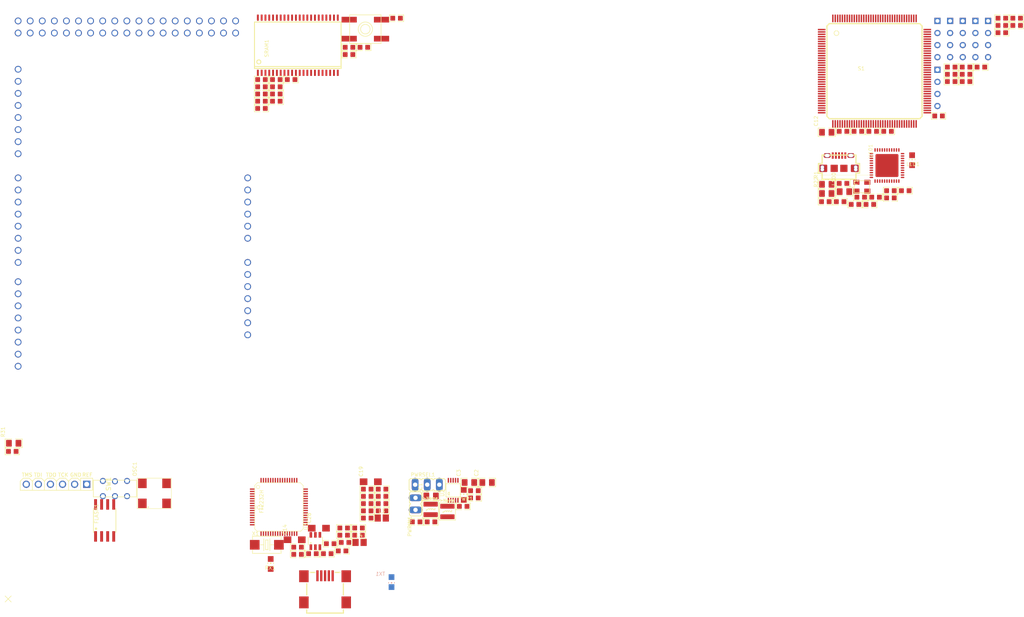
<source format=kicad_pcb>
(kicad_pcb (version 20171130) (host pcbnew "(5.0.0)")
  (layers (0 F.Cu signal) (31 B.Cu signal) (34 B.Paste user) (35 F.Paste user) (36 B.SilkS user) (37 F.SilkS user) (38 B.Mask user) (39 F.Mask user) (44 Edge.Cuts user))
  (net 0 "")
  (net 1 /Arduino/5V_ARDUINO)
  (net 2 /Arduino/D-)
  (net 3 /Arduino/D+)
  (net 4 /Arduino/USBID)
  (net 5 GND)
  (net 6 +3V3)
  (net 7 +1V2)
  (net 8 +5V)
  (net 9 "Net-(C22-Pad2)")
  (net 10 "Net-(C8-Pad1)")
  (net 11 "Net-(C9-Pad1)")
  (net 12 "Net-(C14-Pad+)")
  (net 13 +1V8)
  (net 14 /Arduino/AREF)
  (net 15 /Arduino/UCAP)
  (net 16 /Arduino/AVCC)
  (net 17 /Arduino/XTAL2)
  (net 18 /Arduino/XTAL1)
  (net 19 /FPGA/FPGA-CORE/FLASH_CS)
  (net 20 /FPGA/FPGA-CORE/FLASH_SO)
  (net 21 /FPGA/FPGA-CORE/FLASH_SI)
  (net 22 /FPGA/FPGA-CORE/FLASH_SCK)
  (net 23 /FT2232H/FTUSB_P)
  (net 24 /FT2232H/FTUSB_N)
  (net 25 "Net-(FPGAUSB1-PadID)")
  (net 26 /FT2232H/5V_FT2232)
  (net 27 /FPGA/AD1-JTAG_TDI)
  (net 28 /FPGA/AD2-JTAG_TDO)
  (net 29 /FPGA/AD3-JTAG_TMS)
  (net 30 /FPGA/AD4-DTR)
  (net 31 /FT2232H/AD5)
  (net 32 /FT2232H/AD6)
  (net 33 /FT2232H/AD7)
  (net 34 /FT2232H/AC0)
  (net 35 /FT2232H/AC1)
  (net 36 /FT2232H/AC2)
  (net 37 /FT2232H/AC3)
  (net 38 /FT2232H/AC4)
  (net 39 /FT2232H/AC5)
  (net 40 /FT2232H/EECS)
  (net 41 /FT2232H/EECLK)
  (net 42 /FT2232H/EEDATA)
  (net 43 /FT2232H/~PWEREN)
  (net 44 /FT2232H/BC7)
  (net 45 /FT2232H/BC6)
  (net 46 /FT2232H/BC5)
  (net 47 /FT2232H/BC4)
  (net 48 /FT2232H/BC3)
  (net 49 /FT2232H/BC2)
  (net 50 /FT2232H/BC1)
  (net 51 /FT2232H/AC6)
  (net 52 /FT2232H/AC7)
  (net 53 /FT2232H/~SUSPEND)
  (net 54 /FPGA/BD0_TXD/MPSSE_TCK)
  (net 55 /FPGA/BD1_RXD/MPSSE_TDI)
  (net 56 /FPGA/BD2_MPSSE_TDO)
  (net 57 /FPGA/BD3_MPSSE_TMS)
  (net 58 /FPGA/BD4-DTR)
  (net 59 /FT2232H/BD5)
  (net 60 /FT2232H/BD6)
  (net 61 /FT2232H/BD7)
  (net 62 /FT2232H/BC0)
  (net 63 /FPGA/AD0-JTAG_TCK)
  (net 64 /FT2232H/~RESET)
  (net 65 "Net-(IC1-Pad9)")
  (net 66 "Net-(IC1-Pad6)")
  (net 67 "Net-(L1-Pad1)")
  (net 68 "Net-(L2-Pad1)")
  (net 69 "Net-(LED1-PadA)")
  (net 70 /FPGA/FPGA-CORE/OSC_IN)
  (net 71 "Net-(PWR1-PadA)")
  (net 72 /Arduino/AVRUSB_N)
  (net 73 "Net-(R2-Pad1)")
  (net 74 "Net-(R4-Pad1)")
  (net 75 /Arduino/ATMEGA_IO13*)
  (net 76 /FPGA/FPGA-CORE/MEGA_D13)
  (net 77 "Net-(R8-Pad1)")
  (net 78 "Net-(R9-Pad1)")
  (net 79 /FPGA/FPGA-CORE/MEGA_D12)
  (net 80 /FPGA/FPGA-CORE/MEGA_D11)
  (net 81 "Net-(R10-Pad1)")
  (net 82 /FPGA/FPGA-CORE/MEGA_D10)
  (net 83 "Net-(R11-Pad1)")
  (net 84 /FPGA/FPGA-CORE/MEGA_D9)
  (net 85 "Net-(R12-Pad1)")
  (net 86 "Net-(R13-Pad1)")
  (net 87 /FPGA/FPGA-CORE/MEGA_D8)
  (net 88 /FPGA/FPGA-CORE/MEGA_D7)
  (net 89 "Net-(R14-Pad1)")
  (net 90 "Net-(R15-Pad1)")
  (net 91 /FPGA/FPGA-CORE/MEGA_D6)
  (net 92 /FPGA/FPGA-CORE/MEGA_D5)
  (net 93 "Net-(R16-Pad1)")
  (net 94 "Net-(R17-Pad1)")
  (net 95 /FPGA/FPGA-CORE/MEGA_D4)
  (net 96 /FPGA/FPGA-CORE/MEGA_D3)
  (net 97 "Net-(R18-Pad1)")
  (net 98 /FPGA/FPGA-CORE/MEGA_D2)
  (net 99 "Net-(R19-Pad1)")
  (net 100 "Net-(R20-Pad1)")
  (net 101 /FPGA/FPGA-CORE/MEGA_D1)
  (net 102 "Net-(R21-Pad1)")
  (net 103 /FPGA/FPGA-CORE/MEGA_D0)
  (net 104 /Arduino/AVRUSB_P)
  (net 105 "Net-(R25-Pad2)")
  (net 106 "Net-(R29-Pad1)")
  (net 107 "Net-(R30-Pad1)")
  (net 108 "Net-(R31-Pad1)")
  (net 109 /FPGA/FPGA-CORE/MEGA_D53)
  (net 110 /Arduino/ARD_RESET)
  (net 111 /FPGA/FPGA-CORE/SRAM_A7)
  (net 112 /FPGA/FPGA-CORE/SRAM_A6)
  (net 113 /FPGA/FPGA-CORE/SRAM_A5)
  (net 114 /FPGA/FPGA-CORE/~SRAM_WE)
  (net 115 /FPGA/FPGA-CORE/SRAM_A0)
  (net 116 /FPGA/FPGA-CORE/SRAM_A1)
  (net 117 /FPGA/FPGA-CORE/SRAM_A2)
  (net 118 /FPGA/FPGA-CORE/SRAM_A3)
  (net 119 /FPGA/FPGA-CORE/SRAM_A4)
  (net 120 /FPGA/FPGA-CORE/~SRAM_CS)
  (net 121 /FPGA/FPGA-CORE/SRAM_D0)
  (net 122 /FPGA/FPGA-CORE/SRAM_D1)
  (net 123 /FPGA/FPGA-CORE/SRAM_D2)
  (net 124 /FPGA/FPGA-CORE/SRAM_D3)
  (net 125 /FPGA/FPGA-CORE/SRAM_D4)
  (net 126 /FPGA/FPGA-CORE/SRAM_D5)
  (net 127 /FPGA/FPGA-CORE/SRAM_D6)
  (net 128 /FPGA/FPGA-CORE/SRAM_D7)
  (net 129 /FPGA/FPGA-CORE/~SRAM_OE)
  (net 130 /FPGA/FPGA-CORE/SRAM_A15)
  (net 131 /FPGA/FPGA-CORE/SRAM_A16)
  (net 132 /FPGA/FPGA-CORE/SRAM_A20)
  (net 133 /FPGA/FPGA-CORE/SRAM_A18)
  (net 134 /FPGA/FPGA-CORE/SRAM_A17)
  (net 135 /FPGA/FPGA-CORE/SRAM_A14)
  (net 136 /FPGA/FPGA-CORE/SRAM_A13)
  (net 137 /FPGA/FPGA-CORE/SRAM_A12)
  (net 138 /FPGA/FPGA-CORE/SRAM_A11)
  (net 139 /FPGA/FPGA-CORE/SRAM_A10)
  (net 140 /FPGA/FPGA-CORE/SRAM_A19)
  (net 141 /FPGA/FPGA-CORE/MEGA_D52)
  (net 142 /FPGA/FPGA-CORE/MEGA_D51)
  (net 143 /FPGA/FPGA-CORE/MEGA_D50)
  (net 144 /FPGA/FPGA-CORE/MEGA_D49)
  (net 145 /FPGA/FPGA-CORE/MEGA_D48)
  (net 146 /FPGA/FPGA-CORE/MEGA_D47)
  (net 147 /FPGA/FPGA-CORE/MEGA_D46)
  (net 148 /FPGA/FPGA-CORE/MEGA_D45)
  (net 149 /FPGA/FPGA-CORE/MEGA_D44)
  (net 150 /FPGA/FPGA-CORE/MEGA_D43)
  (net 151 /FPGA/FPGA-CORE/MEGA_D42)
  (net 152 /FPGA/FPGA-CORE/MEGA_D41)
  (net 153 /FPGA/FPGA-CORE/MEGA_D40)
  (net 154 "Net-(S1-Pad71)")
  (net 155 "Net-(S1-Pad72)")
  (net 156 /FPGA/FPGA-CORE/MEGA_D39)
  (net 157 /FPGA/FPGA-CORE/MEGA_D38)
  (net 158 /FPGA/FPGA-CORE/MEGA_D37)
  (net 159 /FPGA/FPGA-CORE/MEGA_D36)
  (net 160 /FPGA/FPGA-CORE/MEGA_D35)
  (net 161 /Arduino/MEGA_D34/A2)
  (net 162 /FPGA/FPGA-CORE/MEGA_D33)
  (net 163 /Arduino/MEGA_D32/A3)
  (net 164 /FPGA/FPGA-CORE/MEGA_D31)
  (net 165 /Arduino/MEGA_D30/A4)
  (net 166 /FPGA/FPGA-CORE/MEGA_D29)
  (net 167 /Arduino/MEGA_D28/A5)
  (net 168 /FPGA/FPGA-CORE/MEGA_D27)
  (net 169 /FPGA/FPGA-CORE/MEGA_D26)
  (net 170 /FPGA/FPGA-CORE/MEGA_D25)
  (net 171 /FPGA/FPGA-CORE/MEGA_D24)
  (net 172 /FPGA/FPGA-CORE/MEGA_D23)
  (net 173 /FPGA/FPGA-CORE/MEGA_D22)
  (net 174 /FPGA/FPGA-CORE/MEGA_D21)
  (net 175 /FPGA/FPGA-CORE/MEGA_D20)
  (net 176 /FPGA/FPGA-CORE/MEGA_D19)
  (net 177 /FPGA/FPGA-CORE/SW1)
  (net 178 /FPGA/FPGA-CORE/MEGA_D18)
  (net 179 /FPGA/FPGA-CORE/MEGA_D17)
  (net 180 /Arduino/MEGA_D16)
  (net 181 /Arduino/MEGA_D15)
  (net 182 /Arduino/MEGA_D14)
  (net 183 /FPGA/FPGA-CORE/SRAM_A9)
  (net 184 /FPGA/FPGA-CORE/SRAM_A8)
  (net 185 "Net-(SW1-PadCOM1)")
  (net 186 "Net-(SW1-PadCH1A)")
  (net 187 "Net-(SW1-PadCH1B)")
  (net 188 /Arduino/ATMEGA_A0)
  (net 189 /Arduino/ATMEGA_A1)
  (net 190 "Net-(U1-PadVIN)")
  (net 191 /Arduino/NC)
  (net 192 /Arduino/ATMEGA_IO10*)
  (net 193 /Arduino/ATMEGA_IO11*)
  (net 194 /Arduino/ATMEGA_IO12)
  (net 195 /Arduino/ATMEGA_IO9*)
  (net 196 /Arduino/ATMEGA_IO8)
  (net 197 /Arduino/ATMEGA_D7)
  (net 198 /Arduino/ATMEGA_D0/RX)
  (net 199 /Arduino/ATMEGA_D1/TX)
  (net 200 "Net-(U101-Pad22)")
  (net 201 /Arduino/ATMEGA_D6*)
  (net 202 /Arduino/ATMEGA_D5*)
  (net 203 /Arduino/ATMEGA_D4)
  (net 204 /Arduino/ATMEGA_D3)
  (net 205 /Arduino/ATMEGA_D2)
  (net 206 "Net-(U$1-PadJTAG_GND)")
  (net 207 "Net-(U$1-PadJTAG_REF)")
  (net 208 "Net-(WING_POWER1-PadP2)")
  (net 209 "Net-(WING_POWER2-PadP2)")
  (net 210 "Net-(WING_POWER3-PadP2)")
  (net 211 "Net-(WING_POWER4-PadP2)")
  (net 212 "Net-(WING_POWER5-PadP2)")
  (net 213 "Net-(WING_POWER6-PadP2)")
  (module Papilio_DUO:CON2_USB_MICRO_B_AT (layer F.Cu) (at 264.245001 76.7955)
    (fp_text reference AVRUSB1 hide)
    (fp_text value MYCON2_USB-MINI-B hide)
    (pad P1 smd roundrect (at -1.3208 -2.6924) (size 0.4064 1.3462) (layers F.Cu F.Paste F.Mask) (roundrect_rratio 0.05) (net 1 /Arduino/5V_ARDUINO))
    (pad P2 smd roundrect (at -0.6604 -2.6924) (size 0.4064 1.3462) (layers F.Cu F.Paste F.Mask) (roundrect_rratio 0.05) (net 2 /Arduino/D-))
    (pad P3 smd roundrect (at 0 -2.6924) (size 0.4064 1.3462) (layers F.Cu F.Paste F.Mask) (roundrect_rratio 0.05) (net 3 /Arduino/D+))
    (pad P4 smd roundrect (at 0.6604 -2.6924) (size 0.4064 1.3462) (layers F.Cu F.Paste F.Mask) (roundrect_rratio 0.05) (net 4 /Arduino/USBID))
    (pad P5 smd roundrect (at 1.3208 -2.6924) (size 0.4064 1.3462) (layers F.Cu F.Paste F.Mask) (roundrect_rratio 0.05) (net 5 GND))
    (pad S1 smd roundrect (at -3.302 0) (size 1.651 1.5494) (layers F.Cu F.Mask) (roundrect_rratio 0.1) (net 5 GND))
    (pad S2 smd roundrect (at 3.302 0) (size 1.651 1.5494) (layers F.Cu F.Mask) (roundrect_rratio 0.1) (net 5 GND))
    (pad S3 smd roundrect (at -2.4892 -2.6924) (size 1.524 1.016) (layers F.Cu F.Mask) (roundrect_rratio 0.4) (net 5 GND))
    (pad S4 smd roundrect (at 2.4892 -2.6924) (size 1.524 1.016) (layers F.Cu F.Mask) (roundrect_rratio 0.4) (net 5 GND))
    (pad S5 smd roundrect (at -1.016 0) (size 1.524 1.524) (layers F.Cu F.Paste F.Mask) (roundrect_rratio 0.05) (net 5 GND))
    (pad S6 smd roundrect (at 1.016 0) (size 1.524 1.524) (layers F.Cu F.Paste F.Mask) (roundrect_rratio 0.05) (net 5 GND))
    (pad K thru_hole circle (at -3.5052 -0.254) (size 0.8128 0.8128) (drill 0.7) (layers *.Cu *.Mask))
    (pad L thru_hole circle (at -3.5052 0.254) (size 0.8128 0.8128) (drill 0.7) (layers *.Cu *.Mask))
    (pad M thru_hole circle (at 3.5052 -0.254) (size 0.8128 0.8128) (drill 0.7) (layers *.Cu *.Mask))
    (pad N thru_hole circle (at 3.5052 0.254) (size 0.8128 0.8128) (drill 0.7) (layers *.Cu *.Mask))
    (pad O thru_hole circle (at 2.6162 -2.6924) (size 0.8128 0.8128) (drill 0.7) (layers *.Cu *.Mask))
    (pad P thru_hole circle (at 2.3622 -2.6924) (size 0.8128 0.8128) (drill 0.7) (layers *.Cu *.Mask))
    (pad Q thru_hole circle (at -2.3622 -2.6924) (size 0.8128 0.8128) (drill 0.7) (layers *.Cu *.Mask))
    (pad R thru_hole circle (at -2.6162 -2.6924) (size 0.8128 0.8128) (drill 0.7) (layers *.Cu *.Mask))
  )
  (module Papilio_DUO:0805 (layer F.Cu) (at 178.503501 145.723501)
    (fp_text reference C1 (at -1.8 -1.2 -270) (layer F.SilkS) (effects (font (size 0.76 0.76) (thickness 0.1064)) (justify left bottom)))
    (fp_text value 22u/6V3)
    (pad 2 smd roundrect (at 1 0) (size 1.2 1.4) (layers F.Cu F.Paste F.Mask) (roundrect_rratio 0.1) (net 5 GND))
    (pad 1 smd roundrect (at -1 0) (size 1.2 1.4) (layers F.Cu F.Paste F.Mask) (roundrect_rratio 0.1) (net 6 +3V3))
  )
  (module Papilio_DUO:0805 (layer F.Cu) (at 190.273501 142.883501)
    (fp_text reference C2 (at -1.8 -1.2 -270) (layer F.SilkS) (effects (font (size 0.76 0.76) (thickness 0.1064)) (justify left bottom)))
    (fp_text value 22u/6V3)
    (pad 1 smd roundrect (at -1 0) (size 1.2 1.4) (layers F.Cu F.Paste F.Mask) (roundrect_rratio 0.1) (net 7 +1V2))
    (pad 2 smd roundrect (at 1 0) (size 1.2 1.4) (layers F.Cu F.Paste F.Mask) (roundrect_rratio 0.1) (net 5 GND))
  )
  (module Papilio_DUO:0805 (layer F.Cu) (at 186.553501 142.883501)
    (fp_text reference C3 (at -1.8 -1.2 -270) (layer F.SilkS) (effects (font (size 0.76 0.76) (thickness 0.1064)) (justify left bottom)))
    (fp_text value 10uF/10V)
    (pad 1 smd roundrect (at -1 0) (size 1.2 1.4) (layers F.Cu F.Paste F.Mask) (roundrect_rratio 0.1) (net 8 +5V))
    (pad 2 smd roundrect (at 1 0) (size 1.2 1.4) (layers F.Cu F.Paste F.Mask) (roundrect_rratio 0.1) (net 5 GND))
  )
  (module Papilio_DUO:0603 (layer F.Cu) (at 285.163501 65.773501)
    (fp_text reference C4 hide)
    (fp_text value 0.1uF)
    (pad 1 smd roundrect (at -0.8 0) (size 1 1) (layers F.Cu F.Paste F.Mask) (roundrect_rratio 0.1) (net 6 +3V3))
    (pad 2 smd roundrect (at 0.8 0) (size 1 1) (layers F.Cu F.Paste F.Mask) (roundrect_rratio 0.1) (net 5 GND))
  )
  (module Papilio_DUO:0603 (layer F.Cu) (at 298.463501 45.213501)
    (fp_text reference C5 hide)
    (fp_text value 0.1uF)
    (pad 2 smd roundrect (at 0.8 0) (size 1 1) (layers F.Cu F.Paste F.Mask) (roundrect_rratio 0.1) (net 9 "Net-(C22-Pad2)"))
    (pad 1 smd roundrect (at -0.8 0) (size 1 1) (layers F.Cu F.Paste F.Mask) (roundrect_rratio 0.1) (net 6 +3V3))
  )
  (module Papilio_DUO:0603 (layer F.Cu) (at 268.203501 69.013501)
    (fp_text reference C6 hide)
    (fp_text value 0.1uF)
    (pad 1 smd roundrect (at -0.8 0) (size 1 1) (layers F.Cu F.Paste F.Mask) (roundrect_rratio 0.1) (net 6 +3V3))
    (pad 2 smd roundrect (at 0.8 0) (size 1 1) (layers F.Cu F.Paste F.Mask) (roundrect_rratio 0.1) (net 5 GND))
  )
  (module Papilio_DUO:0603 (layer F.Cu) (at 271.323501 69.013501)
    (fp_text reference C7 hide)
    (fp_text value 0.1uF)
    (pad 1 smd roundrect (at -0.8 0) (size 1 1) (layers F.Cu F.Paste F.Mask) (roundrect_rratio 0.1) (net 7 +1V2))
    (pad 2 smd roundrect (at 0.8 0) (size 1 1) (layers F.Cu F.Paste F.Mask) (roundrect_rratio 0.1) (net 5 GND))
  )
  (module Papilio_DUO:0603 (layer F.Cu) (at 157.293501 155.753501)
    (fp_text reference C8 hide)
    (fp_text value 27pF)
    (pad 2 smd roundrect (at 0.8 0) (size 1 1) (layers F.Cu F.Paste F.Mask) (roundrect_rratio 0.1) (net 5 GND))
    (pad 1 smd roundrect (at -0.8 0) (size 1 1) (layers F.Cu F.Paste F.Mask) (roundrect_rratio 0.1) (net 10 "Net-(C8-Pad1)"))
  )
  (module Papilio_DUO:0603 (layer F.Cu) (at 156.673501 157.853501)
    (fp_text reference C9 hide)
    (fp_text value 27pF)
    (pad 1 smd roundrect (at -0.8 0) (size 1 1) (layers F.Cu F.Paste F.Mask) (roundrect_rratio 0.1) (net 11 "Net-(C9-Pad1)"))
    (pad 2 smd roundrect (at 0.8 0) (size 1 1) (layers F.Cu F.Paste F.Mask) (roundrect_rratio 0.1) (net 5 GND))
  )
  (module Papilio_DUO:0603 (layer F.Cu) (at 287.823501 55.493501)
    (fp_text reference C10 hide)
    (fp_text value 0.1uF)
    (pad 1 smd roundrect (at -0.8 0) (size 1 1) (layers F.Cu F.Paste F.Mask) (roundrect_rratio 0.1) (net 7 +1V2))
    (pad 2 smd roundrect (at 0.8 0) (size 1 1) (layers F.Cu F.Paste F.Mask) (roundrect_rratio 0.1) (net 5 GND))
  )
  (module Papilio_DUO:0603 (layer F.Cu) (at 287.823501 58.533501)
    (fp_text reference C11 hide)
    (fp_text value 0.1uF)
    (pad 1 smd roundrect (at -0.8 0) (size 1 1) (layers F.Cu F.Paste F.Mask) (roundrect_rratio 0.1) (net 6 +3V3))
    (pad 2 smd roundrect (at 0.8 0) (size 1 1) (layers F.Cu F.Paste F.Mask) (roundrect_rratio 0.1) (net 5 GND))
  )
  (module Papilio_DUO:0805 (layer F.Cu) (at 261.663501 69.213501)
    (fp_text reference C12 (at -1.8 -1.2 -270) (layer F.SilkS) (effects (font (size 0.76 0.76) (thickness 0.1064)) (justify left bottom)))
    (fp_text value 0.1uF)
    (pad 2 smd roundrect (at 1 0) (size 1.2 1.4) (layers F.Cu F.Paste F.Mask) (roundrect_rratio 0.1) (net 5 GND))
    (pad 1 smd roundrect (at -1 0) (size 1.2 1.4) (layers F.Cu F.Paste F.Mask) (roundrect_rratio 0.1) (net 6 +3V3))
  )
  (module Papilio_DUO:0603 (layer F.Cu) (at 301.583501 45.213501)
    (fp_text reference C13 hide)
    (fp_text value 0.1uF)
    (pad 2 smd roundrect (at 0.8 0) (size 1 1) (layers F.Cu F.Paste F.Mask) (roundrect_rratio 0.1) (net 5 GND))
    (pad 1 smd roundrect (at -0.8 0) (size 1 1) (layers F.Cu F.Paste F.Mask) (roundrect_rratio 0.1) (net 7 +1V2))
  )
  (module Papilio_DUO:SMC_A (layer F.Cu) (at 149.82 154.920801)
    (fp_text reference C14 (at -1.6 -0.975 -90) (layer F.SilkS) (effects (font (size 0.76 0.76) (thickness 0.1064)) (justify left bottom)))
    (fp_text value 4.7uF)
    (pad - smd rect (at 1.5 0 180) (size 1.6 1.4) (layers F.Cu F.Paste F.Mask) (net 5 GND))
    (pad + smd rect (at -1.5 0) (size 1.6 1.4) (layers F.Cu F.Paste F.Mask) (net 12 "Net-(C14-Pad+)"))
  )
  (module Papilio_DUO:0603 (layer F.Cu) (at 160.123501 152.453501)
    (fp_text reference C15 hide)
    (fp_text value 0.1uF)
    (pad 1 smd roundrect (at -0.8 0) (size 1 1) (layers F.Cu F.Paste F.Mask) (roundrect_rratio 0.1) (net 12 "Net-(C14-Pad+)"))
    (pad 2 smd roundrect (at 0.8 0) (size 1 1) (layers F.Cu F.Paste F.Mask) (roundrect_rratio 0.1) (net 5 GND))
  )
  (module Papilio_DUO:0603 (layer F.Cu) (at 150.433501 156.483501)
    (fp_text reference C16 hide)
    (fp_text value 0.1uF)
    (pad 1 smd roundrect (at -0.8 0) (size 1 1) (layers F.Cu F.Paste F.Mask) (roundrect_rratio 0.1) (net 13 +1V8))
    (pad 2 smd roundrect (at 0.8 0) (size 1 1) (layers F.Cu F.Paste F.Mask) (roundrect_rratio 0.1) (net 5 GND))
  )
  (module Papilio_DUO:0603 (layer F.Cu) (at 150.433501 158.003501)
    (fp_text reference C17 hide)
    (fp_text value 0.1uF)
    (pad 2 smd roundrect (at 0.8 0) (size 1 1) (layers F.Cu F.Paste F.Mask) (roundrect_rratio 0.1) (net 5 GND))
    (pad 1 smd roundrect (at -0.8 0) (size 1 1) (layers F.Cu F.Paste F.Mask) (roundrect_rratio 0.1) (net 6 +3V3))
  )
  (module Papilio_DUO:0603 (layer F.Cu) (at 165.073501 144.283501)
    (fp_text reference C18 hide)
    (fp_text value 0.1uF)
    (pad 2 smd roundrect (at 0.8 0) (size 1 1) (layers F.Cu F.Paste F.Mask) (roundrect_rratio 0.1) (net 5 GND))
    (pad 1 smd roundrect (at -0.8 0) (size 1 1) (layers F.Cu F.Paste F.Mask) (roundrect_rratio 0.1) (net 6 +3V3))
  )
  (module Papilio_DUO:SMC_A (layer F.Cu) (at 165.81 142.720801)
    (fp_text reference C19 (at -1.6 -0.975 -90) (layer F.SilkS) (effects (font (size 0.76 0.76) (thickness 0.1064)) (justify left bottom)))
    (fp_text value 3.3uF)
    (pad + smd rect (at -1.5 0) (size 1.6 1.4) (layers F.Cu F.Paste F.Mask) (net 13 +1V8))
    (pad - smd rect (at 1.5 0 180) (size 1.6 1.4) (layers F.Cu F.Paste F.Mask) (net 5 GND))
  )
  (module Papilio_DUO:0603 (layer F.Cu) (at 165.073501 145.803501)
    (fp_text reference C20 hide)
    (fp_text value 0.1uF)
    (pad 2 smd roundrect (at 0.8 0) (size 1 1) (layers F.Cu F.Paste F.Mask) (roundrect_rratio 0.1) (net 5 GND))
    (pad 1 smd roundrect (at -0.8 0) (size 1 1) (layers F.Cu F.Paste F.Mask) (roundrect_rratio 0.1) (net 6 +3V3))
  )
  (module Papilio_DUO:0603 (layer F.Cu) (at 274.443501 69.013501)
    (fp_text reference C21 hide)
    (fp_text value 0.1uF)
    (pad 1 smd roundrect (at -0.8 0) (size 1 1) (layers F.Cu F.Paste F.Mask) (roundrect_rratio 0.1) (net 6 +3V3))
    (pad 2 smd roundrect (at 0.8 0) (size 1 1) (layers F.Cu F.Paste F.Mask) (roundrect_rratio 0.1) (net 5 GND))
  )
  (module Papilio_DUO:0603 (layer F.Cu) (at 265.083501 69.013501)
    (fp_text reference C22 hide)
    (fp_text value 0.1uF)
    (pad 1 smd roundrect (at -0.8 0) (size 1 1) (layers F.Cu F.Paste F.Mask) (roundrect_rratio 0.1) (net 6 +3V3))
    (pad 2 smd roundrect (at 0.8 0) (size 1 1) (layers F.Cu F.Paste F.Mask) (roundrect_rratio 0.1) (net 9 "Net-(C22-Pad2)"))
  )
  (module Papilio_DUO:0603 (layer F.Cu) (at 287.823501 57.013501)
    (fp_text reference C23 hide)
    (fp_text value 0.1uF)
    (pad 2 smd roundrect (at 0.8 0) (size 1 1) (layers F.Cu F.Paste F.Mask) (roundrect_rratio 0.1) (net 5 GND))
    (pad 1 smd roundrect (at -0.8 0) (size 1 1) (layers F.Cu F.Paste F.Mask) (roundrect_rratio 0.1) (net 6 +3V3))
  )
  (module Papilio_DUO:0603 (layer F.Cu) (at 298.463501 46.733501)
    (fp_text reference C24 hide)
    (fp_text value 0.1uF)
    (pad 2 smd roundrect (at 0.8 0) (size 1 1) (layers F.Cu F.Paste F.Mask) (roundrect_rratio 0.1) (net 5 GND))
    (pad 1 smd roundrect (at -0.8 0) (size 1 1) (layers F.Cu F.Paste F.Mask) (roundrect_rratio 0.1) (net 6 +3V3))
  )
  (module Papilio_DUO:0603 (layer F.Cu) (at 294.063501 55.493501)
    (fp_text reference C25 hide)
    (fp_text value 0.1uF)
    (pad 1 smd roundrect (at -0.8 0) (size 1 1) (layers F.Cu F.Paste F.Mask) (roundrect_rratio 0.1) (net 6 +3V3))
    (pad 2 smd roundrect (at 0.8 0) (size 1 1) (layers F.Cu F.Paste F.Mask) (roundrect_rratio 0.1) (net 5 GND))
  )
  (module Papilio_DUO:0603 (layer F.Cu) (at 301.583501 46.733501)
    (fp_text reference C26 hide)
    (fp_text value 0.1uF)
    (pad 1 smd roundrect (at -0.8 0) (size 1 1) (layers F.Cu F.Paste F.Mask) (roundrect_rratio 0.1) (net 6 +3V3))
    (pad 2 smd roundrect (at 0.8 0) (size 1 1) (layers F.Cu F.Paste F.Mask) (roundrect_rratio 0.1) (net 9 "Net-(C22-Pad2)"))
  )
  (module Papilio_DUO:0603 (layer F.Cu) (at 168.193501 144.283501)
    (fp_text reference C27 hide)
    (fp_text value 0.1uF)
    (pad 1 smd roundrect (at -0.8 0) (size 1 1) (layers F.Cu F.Paste F.Mask) (roundrect_rratio 0.1) (net 13 +1V8))
    (pad 2 smd roundrect (at 0.8 0) (size 1 1) (layers F.Cu F.Paste F.Mask) (roundrect_rratio 0.1) (net 5 GND))
  )
  (module Papilio_DUO:SMC_A (layer F.Cu) (at 154.91 152.490801)
    (fp_text reference C28 (at -1.6 -0.975 -90) (layer F.SilkS) (effects (font (size 0.76 0.76) (thickness 0.1064)) (justify left bottom)))
    (fp_text value 4.7uF)
    (pad + smd rect (at -1.5 0) (size 1.6 1.4) (layers F.Cu F.Paste F.Mask) (net 12 "Net-(C14-Pad+)"))
    (pad - smd rect (at 1.5 0 180) (size 1.6 1.4) (layers F.Cu F.Paste F.Mask) (net 5 GND))
  )
  (module Papilio_DUO:0603 (layer F.Cu) (at 165.073501 147.323501)
    (fp_text reference C29 hide)
    (fp_text value 0.1uF)
    (pad 2 smd roundrect (at 0.8 0) (size 1 1) (layers F.Cu F.Paste F.Mask) (roundrect_rratio 0.1) (net 5 GND))
    (pad 1 smd roundrect (at -0.8 0) (size 1 1) (layers F.Cu F.Paste F.Mask) (roundrect_rratio 0.1) (net 6 +3V3))
  )
  (module Papilio_DUO:0603 (layer F.Cu) (at 153.553501 157.853501)
    (fp_text reference C30 hide)
    (fp_text value 0.1uF)
    (pad 1 smd roundrect (at -0.8 0) (size 1 1) (layers F.Cu F.Paste F.Mask) (roundrect_rratio 0.1) (net 6 +3V3))
    (pad 2 smd roundrect (at 0.8 0) (size 1 1) (layers F.Cu F.Paste F.Mask) (roundrect_rratio 0.1) (net 5 GND))
  )
  (module Papilio_DUO:0603 (layer F.Cu) (at 168.193501 148.843501)
    (fp_text reference C31 hide)
    (fp_text value 0.1uF)
    (pad 2 smd roundrect (at 0.8 0) (size 1 1) (layers F.Cu F.Paste F.Mask) (roundrect_rratio 0.1) (net 5 GND))
    (pad 1 smd roundrect (at -0.8 0) (size 1 1) (layers F.Cu F.Paste F.Mask) (roundrect_rratio 0.1) (net 13 +1V8))
  )
  (module Papilio_DUO:0603 (layer F.Cu) (at 298.463501 48.253501)
    (fp_text reference C32 hide)
    (fp_text value 0.1uF)
    (pad 1 smd roundrect (at -0.8 0) (size 1 1) (layers F.Cu F.Paste F.Mask) (roundrect_rratio 0.1) (net 7 +1V2))
    (pad 2 smd roundrect (at 0.8 0) (size 1 1) (layers F.Cu F.Paste F.Mask) (roundrect_rratio 0.1) (net 5 GND))
  )
  (module Papilio_DUO:0603 (layer F.Cu) (at 290.943501 57.013501)
    (fp_text reference C33 hide)
    (fp_text value 0.1uF)
    (pad 2 smd roundrect (at 0.8 0) (size 1 1) (layers F.Cu F.Paste F.Mask) (roundrect_rratio 0.1) (net 5 GND))
    (pad 1 smd roundrect (at -0.8 0) (size 1 1) (layers F.Cu F.Paste F.Mask) (roundrect_rratio 0.1) (net 6 +3V3))
  )
  (module Papilio_DUO:0603 (layer F.Cu) (at 159.793501 157.273501)
    (fp_text reference C34 hide)
    (fp_text value 0.1uF)
    (pad 1 smd roundrect (at -0.8 0) (size 1 1) (layers F.Cu F.Paste F.Mask) (roundrect_rratio 0.1) (net 12 "Net-(C14-Pad+)"))
    (pad 2 smd roundrect (at 0.8 0) (size 1 1) (layers F.Cu F.Paste F.Mask) (roundrect_rratio 0.1) (net 5 GND))
  )
  (module Papilio_DUO:0603 (layer F.Cu) (at 290.943501 55.493501)
    (fp_text reference C35 hide)
    (fp_text value 0.1uF)
    (pad 1 smd roundrect (at -0.8 0) (size 1 1) (layers F.Cu F.Paste F.Mask) (roundrect_rratio 0.1) (net 6 +3V3))
    (pad 2 smd roundrect (at 0.8 0) (size 1 1) (layers F.Cu F.Paste F.Mask) (roundrect_rratio 0.1) (net 5 GND))
  )
  (module Papilio_DUO:0603 (layer F.Cu) (at 290.943501 58.533501)
    (fp_text reference C36 hide)
    (fp_text value 0.1uF)
    (pad 2 smd roundrect (at 0.8 0) (size 1 1) (layers F.Cu F.Paste F.Mask) (roundrect_rratio 0.1) (net 9 "Net-(C22-Pad2)"))
    (pad 1 smd roundrect (at -0.8 0) (size 1 1) (layers F.Cu F.Paste F.Mask) (roundrect_rratio 0.1) (net 6 +3V3))
  )
  (module Papilio_DUO:0603 (layer F.Cu) (at 264.483501 83.803501)
    (fp_text reference C101 hide)
    (fp_text value 100nF)
    (pad 1 smd roundrect (at -0.8 0) (size 1 1) (layers F.Cu F.Paste F.Mask) (roundrect_rratio 0.1) (net 5 GND))
    (pad 2 smd roundrect (at 0.8 0) (size 1 1) (layers F.Cu F.Paste F.Mask) (roundrect_rratio 0.1) (net 6 +3V3))
  )
  (module Papilio_DUO:0603 (layer F.Cu) (at 271.923501 82.863501)
    (fp_text reference C102 hide)
    (fp_text value 100nF)
    (pad 2 smd roundrect (at 0.8 0) (size 1 1) (layers F.Cu F.Paste F.Mask) (roundrect_rratio 0.1) (net 5 GND))
    (pad 1 smd roundrect (at -0.8 0) (size 1 1) (layers F.Cu F.Paste F.Mask) (roundrect_rratio 0.1) (net 14 /Arduino/AREF))
  )
  (module Papilio_DUO:0603 (layer F.Cu) (at 275.043501 81.493501)
    (fp_text reference C103 hide)
    (fp_text value 1uF)
    (pad 1 smd roundrect (at -0.8 0) (size 1 1) (layers F.Cu F.Paste F.Mask) (roundrect_rratio 0.1) (net 15 /Arduino/UCAP))
    (pad 2 smd roundrect (at 0.8 0) (size 1 1) (layers F.Cu F.Paste F.Mask) (roundrect_rratio 0.1) (net 5 GND))
  )
  (module Papilio_DUO:0603 (layer F.Cu) (at 267.603501 84.383501)
    (fp_text reference C104 hide)
    (fp_text value 1uF)
    (pad 2 smd roundrect (at 0.8 0) (size 1 1) (layers F.Cu F.Paste F.Mask) (roundrect_rratio 0.1) (net 5 GND))
    (pad 1 smd roundrect (at -0.8 0) (size 1 1) (layers F.Cu F.Paste F.Mask) (roundrect_rratio 0.1) (net 16 /Arduino/AVCC))
  )
  (module Papilio_DUO:0603 (layer F.Cu) (at 270.723501 84.383501)
    (fp_text reference C105 hide)
    (fp_text value 100nF)
    (pad 2 smd roundrect (at 0.8 0) (size 1 1) (layers F.Cu F.Paste F.Mask) (roundrect_rratio 0.1) (net 6 +3V3))
    (pad 1 smd roundrect (at -0.8 0) (size 1 1) (layers F.Cu F.Paste F.Mask) (roundrect_rratio 0.1) (net 5 GND))
  )
  (module Papilio_DUO:0603 (layer F.Cu) (at 275.043501 83.013501)
    (fp_text reference C106 hide)
    (fp_text value 22pF)
    (pad 1 smd roundrect (at -0.8 0) (size 1 1) (layers F.Cu F.Paste F.Mask) (roundrect_rratio 0.1) (net 5 GND))
    (pad 2 smd roundrect (at 0.8 0) (size 1 1) (layers F.Cu F.Paste F.Mask) (roundrect_rratio 0.1) (net 17 /Arduino/XTAL2))
  )
  (module Papilio_DUO:0603 (layer F.Cu) (at 278.163501 81.493501)
    (fp_text reference C107 hide)
    (fp_text value 22pF)
    (pad 1 smd roundrect (at -0.8 0) (size 1 1) (layers F.Cu F.Paste F.Mask) (roundrect_rratio 0.1) (net 5 GND))
    (pad 2 smd roundrect (at 0.8 0) (size 1 1) (layers F.Cu F.Paste F.Mask) (roundrect_rratio 0.1) (net 18 /Arduino/XTAL1))
  )
  (module Papilio_DUO:SO08-EIAJ (layer F.Cu) (at 109.878201 150.8477)
    (fp_text reference FLASH1 (at -1.27 0.762 -270) (layer F.SilkS) (effects (font (size 0.76 0.76) (thickness 0.1064)) (justify left bottom)))
    (fp_text value FLASH-SPI-25XXSMD1)
    (pad 1 smd rect (at -1.905 3.3782) (size 0.6096 2.2098) (layers F.Cu F.Paste F.Mask) (net 19 /FPGA/FPGA-CORE/FLASH_CS))
    (pad 2 smd rect (at -0.635 3.3782) (size 0.6096 2.2098) (layers F.Cu F.Paste F.Mask) (net 20 /FPGA/FPGA-CORE/FLASH_SO))
    (pad 3 smd rect (at 0.635 3.3782) (size 0.6096 2.2098) (layers F.Cu F.Paste F.Mask) (net 6 +3V3))
    (pad 4 smd rect (at 1.905 3.3782) (size 0.6096 2.2098) (layers F.Cu F.Paste F.Mask) (net 5 GND))
    (pad 5 smd rect (at 1.905 -3.3528) (size 0.6096 2.2098) (layers F.Cu F.Paste F.Mask) (net 21 /FPGA/FPGA-CORE/FLASH_SI))
    (pad 6 smd rect (at 0.635 -3.3528) (size 0.6096 2.2098) (layers F.Cu F.Paste F.Mask) (net 22 /FPGA/FPGA-CORE/FLASH_SCK))
    (pad 7 smd rect (at -0.635 -3.3528) (size 0.6096 2.2098) (layers F.Cu F.Paste F.Mask) (net 6 +3V3))
    (pad 8 smd rect (at -1.905 -3.3528) (size 0.6096 2.2098) (layers F.Cu F.Paste F.Mask) (net 6 +3V3))
  )
  (module Papilio_DUO:CONN_USB_MINI-B (layer F.Cu) (at 156.21 165.1)
    (fp_text reference FPGAUSB1 hide)
    (fp_text value CONN_USB hide)
    (pad BODY@1 smd rect (at -4.45 -2.5) (size 2 2.5) (layers F.Cu F.Paste F.Mask))
    (pad BODY@2 smd rect (at 4.45 -2.5) (size 2 2.5) (layers F.Cu F.Paste F.Mask))
    (pad BODY@3 smd rect (at 4.45 3) (size 2 2.5) (layers F.Cu F.Paste F.Mask))
    (pad BODY@4 smd rect (at -4.45 3) (size 2 2.5) (layers F.Cu F.Paste F.Mask))
    (pad D+ smd rect (at 0 -2.6) (size 0.5 2.3) (layers F.Cu F.Paste F.Mask) (net 23 /FT2232H/FTUSB_P))
    (pad D- smd rect (at -0.8 -2.6) (size 0.5 2.3) (layers F.Cu F.Paste F.Mask) (net 24 /FT2232H/FTUSB_N))
    (pad GND smd rect (at 1.6 -2.6) (size 0.5 2.3) (layers F.Cu F.Paste F.Mask) (net 5 GND))
    (pad ID smd rect (at 0.8 -2.6) (size 0.5 2.3) (layers F.Cu F.Paste F.Mask) (net 25 "Net-(FPGAUSB1-PadID)"))
    (pad VUSB smd rect (at -1.6 -2.6) (size 0.5 2.3) (layers F.Cu F.Paste F.Mask) (net 26 /FT2232H/5V_FT2232))
    (pad "" np_thru_hole circle (at -2.2 0) (size 0.9 0.9) (drill 0.9) (layers *.Cu))
    (pad "" np_thru_hole circle (at 2.2 0) (size 0.9 0.9) (drill 0.9) (layers *.Cu))
  )
  (module Papilio_DUO:LQFP64 (layer F.Cu) (at 146.51 148.02)
    (fp_text reference IC1 (at -3.1 -0.3) (layer F.SilkS) (effects (font (size 0.76 0.76) (thickness 0.1064)) (justify right top)))
    (fp_text value FT2232H (at -3.2 1.4 90) (layer F.SilkS) (effects (font (size 0.76 0.76) (thickness 0.1064)) (justify left bottom)))
    (pad 17 smd rect (at -3.75 5.6 90) (size 1 0.27) (layers F.Cu F.Paste F.Mask) (net 27 /FPGA/AD1-JTAG_TDI))
    (pad 18 smd rect (at -3.25 5.6 90) (size 1 0.27) (layers F.Cu F.Paste F.Mask) (net 28 /FPGA/AD2-JTAG_TDO))
    (pad 19 smd rect (at -2.75 5.6 90) (size 1 0.27) (layers F.Cu F.Paste F.Mask) (net 29 /FPGA/AD3-JTAG_TMS))
    (pad 20 smd rect (at -2.25 5.6 90) (size 1 0.27) (layers F.Cu F.Paste F.Mask) (net 6 +3V3))
    (pad 21 smd rect (at -1.75 5.6 90) (size 1 0.27) (layers F.Cu F.Paste F.Mask) (net 30 /FPGA/AD4-DTR))
    (pad 22 smd rect (at -1.25 5.6 90) (size 1 0.27) (layers F.Cu F.Paste F.Mask) (net 31 /FT2232H/AD5))
    (pad 23 smd rect (at -0.75 5.6 90) (size 1 0.27) (layers F.Cu F.Paste F.Mask) (net 32 /FT2232H/AD6))
    (pad 24 smd rect (at -0.25 5.6 90) (size 1 0.27) (layers F.Cu F.Paste F.Mask) (net 33 /FT2232H/AD7))
    (pad 25 smd rect (at 0.25 5.6 90) (size 1 0.27) (layers F.Cu F.Paste F.Mask) (net 5 GND))
    (pad 26 smd rect (at 0.75 5.6 90) (size 1 0.27) (layers F.Cu F.Paste F.Mask) (net 34 /FT2232H/AC0))
    (pad 27 smd rect (at 1.25 5.6 90) (size 1 0.27) (layers F.Cu F.Paste F.Mask) (net 35 /FT2232H/AC1))
    (pad 28 smd rect (at 1.75 5.6 90) (size 1 0.27) (layers F.Cu F.Paste F.Mask) (net 36 /FT2232H/AC2))
    (pad 29 smd rect (at 2.25 5.6 90) (size 1 0.27) (layers F.Cu F.Paste F.Mask) (net 37 /FT2232H/AC3))
    (pad 30 smd rect (at 2.75 5.6 90) (size 1 0.27) (layers F.Cu F.Paste F.Mask) (net 38 /FT2232H/AC4))
    (pad 31 smd rect (at 3.25 5.6 90) (size 1 0.27) (layers F.Cu F.Paste F.Mask) (net 6 +3V3))
    (pad 32 smd rect (at 3.75 5.6 90) (size 1 0.27) (layers F.Cu F.Paste F.Mask) (net 39 /FT2232H/AC5))
    (pad 64 smd rect (at -3.75 -5.6 90) (size 1 0.27) (layers F.Cu F.Paste F.Mask) (net 13 +1V8))
    (pad 63 smd rect (at -3.25 -5.6 90) (size 1 0.27) (layers F.Cu F.Paste F.Mask) (net 40 /FT2232H/EECS))
    (pad 62 smd rect (at -2.75 -5.6 90) (size 1 0.27) (layers F.Cu F.Paste F.Mask) (net 41 /FT2232H/EECLK))
    (pad 61 smd rect (at -2.25 -5.6 90) (size 1 0.27) (layers F.Cu F.Paste F.Mask) (net 42 /FT2232H/EEDATA))
    (pad 60 smd rect (at -1.75 -5.6 90) (size 1 0.27) (layers F.Cu F.Paste F.Mask) (net 43 /FT2232H/~PWEREN))
    (pad 59 smd rect (at -1.25 -5.6 90) (size 1 0.27) (layers F.Cu F.Paste F.Mask) (net 44 /FT2232H/BC7))
    (pad 58 smd rect (at -0.75 -5.6 90) (size 1 0.27) (layers F.Cu F.Paste F.Mask) (net 45 /FT2232H/BC6))
    (pad 57 smd rect (at -0.25 -5.6 90) (size 1 0.27) (layers F.Cu F.Paste F.Mask) (net 46 /FT2232H/BC5))
    (pad 56 smd rect (at 0.25 -5.6 90) (size 1 0.27) (layers F.Cu F.Paste F.Mask) (net 6 +3V3))
    (pad 55 smd rect (at 0.75 -5.6 90) (size 1 0.27) (layers F.Cu F.Paste F.Mask) (net 47 /FT2232H/BC4))
    (pad 54 smd rect (at 1.25 -5.6 90) (size 1 0.27) (layers F.Cu F.Paste F.Mask) (net 48 /FT2232H/BC3))
    (pad 53 smd rect (at 1.75 -5.6 90) (size 1 0.27) (layers F.Cu F.Paste F.Mask) (net 49 /FT2232H/BC2))
    (pad 52 smd rect (at 2.25 -5.6 90) (size 1 0.27) (layers F.Cu F.Paste F.Mask) (net 50 /FT2232H/BC1))
    (pad 51 smd rect (at 2.75 -5.6 90) (size 1 0.27) (layers F.Cu F.Paste F.Mask) (net 5 GND))
    (pad 50 smd rect (at 3.25 -5.6 90) (size 1 0.27) (layers F.Cu F.Paste F.Mask) (net 6 +3V3))
    (pad 49 smd rect (at 3.75 -5.6 90) (size 1 0.27) (layers F.Cu F.Paste F.Mask) (net 13 +1V8))
    (pad 33 smd rect (at 5.6 3.75 180) (size 1 0.27) (layers F.Cu F.Paste F.Mask) (net 51 /FT2232H/AC6))
    (pad 34 smd rect (at 5.6 3.25 180) (size 1 0.27) (layers F.Cu F.Paste F.Mask) (net 52 /FT2232H/AC7))
    (pad 35 smd rect (at 5.6 2.75 180) (size 1 0.27) (layers F.Cu F.Paste F.Mask) (net 5 GND))
    (pad 36 smd rect (at 5.6 2.25 180) (size 1 0.27) (layers F.Cu F.Paste F.Mask) (net 53 /FT2232H/~SUSPEND))
    (pad 37 smd rect (at 5.6 1.75 180) (size 1 0.27) (layers F.Cu F.Paste F.Mask) (net 13 +1V8))
    (pad 38 smd rect (at 5.6 1.25 180) (size 1 0.27) (layers F.Cu F.Paste F.Mask) (net 54 /FPGA/BD0_TXD/MPSSE_TCK))
    (pad 39 smd rect (at 5.6 0.75 180) (size 1 0.27) (layers F.Cu F.Paste F.Mask) (net 55 /FPGA/BD1_RXD/MPSSE_TDI))
    (pad 40 smd rect (at 5.6 0.25 180) (size 1 0.27) (layers F.Cu F.Paste F.Mask) (net 56 /FPGA/BD2_MPSSE_TDO))
    (pad 41 smd rect (at 5.6 -0.25 180) (size 1 0.27) (layers F.Cu F.Paste F.Mask) (net 57 /FPGA/BD3_MPSSE_TMS))
    (pad 42 smd rect (at 5.6 -0.75 180) (size 1 0.27) (layers F.Cu F.Paste F.Mask) (net 6 +3V3))
    (pad 43 smd rect (at 5.6 -1.25 180) (size 1 0.27) (layers F.Cu F.Paste F.Mask) (net 58 /FPGA/BD4-DTR))
    (pad 44 smd rect (at 5.6 -1.75 180) (size 1 0.27) (layers F.Cu F.Paste F.Mask) (net 59 /FT2232H/BD5))
    (pad 45 smd rect (at 5.6 -2.25 180) (size 1 0.27) (layers F.Cu F.Paste F.Mask) (net 60 /FT2232H/BD6))
    (pad 46 smd rect (at 5.6 -2.75 180) (size 1 0.27) (layers F.Cu F.Paste F.Mask) (net 61 /FT2232H/BD7))
    (pad 47 smd rect (at 5.6 -3.25 180) (size 1 0.27) (layers F.Cu F.Paste F.Mask) (net 5 GND))
    (pad 48 smd rect (at 5.6 -3.75 180) (size 1 0.27) (layers F.Cu F.Paste F.Mask) (net 62 /FT2232H/BC0))
    (pad 16 smd rect (at -5.6 3.75 180) (size 1 0.27) (layers F.Cu F.Paste F.Mask) (net 63 /FPGA/AD0-JTAG_TCK))
    (pad 15 smd rect (at -5.6 3.25 180) (size 1 0.27) (layers F.Cu F.Paste F.Mask) (net 5 GND))
    (pad 14 smd rect (at -5.6 2.75 180) (size 1 0.27) (layers F.Cu F.Paste F.Mask) (net 64 /FT2232H/~RESET))
    (pad 13 smd rect (at -5.6 2.25 180) (size 1 0.27) (layers F.Cu F.Paste F.Mask) (net 5 GND))
    (pad 12 smd rect (at -5.6 1.75 180) (size 1 0.27) (layers F.Cu F.Paste F.Mask) (net 13 +1V8))
    (pad 11 smd rect (at -5.6 1.25 180) (size 1 0.27) (layers F.Cu F.Paste F.Mask) (net 5 GND))
    (pad 10 smd rect (at -5.6 0.75 180) (size 1 0.27) (layers F.Cu F.Paste F.Mask) (net 5 GND))
    (pad 9 smd rect (at -5.6 0.25 180) (size 1 0.27) (layers F.Cu F.Paste F.Mask) (net 65 "Net-(IC1-Pad9)"))
    (pad 8 smd rect (at -5.6 -0.25 180) (size 1 0.27) (layers F.Cu F.Paste F.Mask) (net 23 /FT2232H/FTUSB_P))
    (pad 7 smd rect (at -5.6 -0.75 180) (size 1 0.27) (layers F.Cu F.Paste F.Mask) (net 24 /FT2232H/FTUSB_N))
    (pad 6 smd rect (at -5.6 -1.25 180) (size 1 0.27) (layers F.Cu F.Paste F.Mask) (net 66 "Net-(IC1-Pad6)"))
    (pad 5 smd rect (at -5.6 -1.75 180) (size 1 0.27) (layers F.Cu F.Paste F.Mask) (net 5 GND))
    (pad 4 smd rect (at -5.6 -2.25 180) (size 1 0.27) (layers F.Cu F.Paste F.Mask) (net 12 "Net-(C14-Pad+)"))
    (pad 3 smd rect (at -5.6 -2.75 180) (size 1 0.27) (layers F.Cu F.Paste F.Mask) (net 10 "Net-(C8-Pad1)"))
    (pad 2 smd rect (at -5.6 -3.25 180) (size 1 0.27) (layers F.Cu F.Paste F.Mask) (net 11 "Net-(C9-Pad1)"))
    (pad 1 smd rect (at -5.6 -3.75 180) (size 1 0.27) (layers F.Cu F.Paste F.Mask) (net 5 GND))
  )
  (module Papilio_DUO:VLS3015 (layer F.Cu) (at 181.923501 148.983501)
    (fp_text reference L1 hide)
    (fp_text value 3.3uH)
    (fp_text user >Name (at -1.7 -2) (layer F.SilkS) (effects (font (size 0.57912 0.57912) (thickness 0.12192)) (justify left bottom)))
    (pad 2 smd roundrect (at 0 1.1) (size 3 1) (layers F.Cu F.Paste F.Mask) (roundrect_rratio 0.1) (net 6 +3V3))
    (pad 1 smd roundrect (at 0 -1.1) (size 3 1) (layers F.Cu F.Paste F.Mask) (roundrect_rratio 0.1) (net 67 "Net-(L1-Pad1)"))
  )
  (module Papilio_DUO:VLS3015 (layer F.Cu) (at 178.403501 148.543501)
    (fp_text reference L2 hide)
    (fp_text value 3.3uH)
    (fp_text user >Name (at -1.7 -2) (layer F.SilkS) (effects (font (size 0.57912 0.57912) (thickness 0.12192)) (justify left bottom)))
    (pad 1 smd roundrect (at 0 -1.1) (size 3 1) (layers F.Cu F.Paste F.Mask) (roundrect_rratio 0.1) (net 68 "Net-(L2-Pad1)"))
    (pad 2 smd roundrect (at 0 1.1) (size 3 1) (layers F.Cu F.Paste F.Mask) (roundrect_rratio 0.1) (net 7 +1V2))
  )
  (module Papilio_DUO:FB603 (layer F.Cu) (at 168.13 150.35)
    (fp_text reference L3 (at -0.762 -1.016) (layer F.SilkS) (effects (font (size 0.76 0.76) (thickness 0.1064)) (justify left bottom)))
    (fp_text value FERRITE_BEAD603)
    (pad 1 smd rect (at -0.85 0) (size 1.3 1.5) (layers F.Cu F.Paste F.Mask) (net 12 "Net-(C14-Pad+)"))
    (pad 2 smd rect (at 0.85 0) (size 1.3 1.5) (layers F.Cu F.Paste F.Mask) (net 6 +3V3))
  )
  (module Papilio_DUO:FB603 (layer F.Cu) (at 163.47 155.48)
    (fp_text reference L4 (at -0.762 -1.016) (layer F.SilkS) (effects (font (size 0.76 0.76) (thickness 0.1064)) (justify left bottom)))
    (fp_text value FERRITE_BEAD603)
    (pad 2 smd rect (at 0.85 0) (size 1.3 1.5) (layers F.Cu F.Paste F.Mask) (net 6 +3V3))
    (pad 1 smd rect (at -0.85 0) (size 1.3 1.5) (layers F.Cu F.Paste F.Mask) (net 65 "Net-(IC1-Pad9)"))
  )
  (module Papilio_DUO:0805 (layer F.Cu) (at 265.383501 81.693501)
    (fp_text reference L100 (at -1.8 -1.2 -270) (layer F.SilkS) (effects (font (size 0.76 0.76) (thickness 0.1064)) (justify left bottom)))
    (fp_text value MH2029-300Y)
    (pad 2 smd roundrect (at 1 0) (size 1.2 1.4) (layers F.Cu F.Paste F.Mask) (roundrect_rratio 0.1) (net 6 +3V3))
    (pad 1 smd roundrect (at -1 0) (size 1.2 1.4) (layers F.Cu F.Paste F.Mask) (roundrect_rratio 0.1) (net 16 /Arduino/AVCC))
  )
  (module Papilio_DUO:CHIP-LED0805 (layer F.Cu) (at 279.605801 75.08)
    (fp_text reference LED1 (at -1.27 1.27) (layer F.SilkS) (effects (font (size 0.76 0.76) (thickness 0.1064)) (justify left bottom)))
    (fp_text value Yellow)
    (pad C smd rect (at 0 -1.05) (size 1.2 1.2) (layers F.Cu F.Paste F.Mask) (net 5 GND))
    (pad A smd rect (at 0 1.05) (size 1.2 1.2) (layers F.Cu F.Paste F.Mask) (net 69 "Net-(LED1-PadA)"))
  )
  (module Papilio_DUO:OSC1 (layer F.Cu) (at 117.810001 147.270001)
    (fp_text reference OSC1 (at -1.14 -5.65 -270) (layer F.SilkS) (effects (font (size 0.76 0.76) (thickness 0.1064)) (justify left bottom)))
    (fp_text value 32MHz hide)
    (pad 1@1 smd rect (at 0 0) (size 1.8 2) (layers F.Cu F.Paste F.Mask) (net 6 +3V3))
    (pad 2@2 smd rect (at 5.08 0) (size 1.8 2) (layers F.Cu F.Paste F.Mask) (net 5 GND))
    (pad 3@3 smd rect (at 5.08 -4.2) (size 1.8 2) (layers F.Cu F.Paste F.Mask) (net 70 /FPGA/FPGA-CORE/OSC_IN))
    (pad 4@4 smd rect (at 0 -4.2) (size 1.8 2) (layers F.Cu F.Paste F.Mask) (net 6 +3V3))
  )
  (module Papilio_DUO:CHIP-LED0805 (layer F.Cu) (at 185.365801 145.49)
    (fp_text reference PWR1 (at -1.27 1.27) (layer F.SilkS) (effects (font (size 0.76 0.76) (thickness 0.1064)) (justify left bottom)))
    (fp_text value Green)
    (pad A smd rect (at 0 1.05) (size 1.2 1.2) (layers F.Cu F.Paste F.Mask) (net 71 "Net-(PWR1-PadA)"))
    (pad C smd rect (at 0 -1.05) (size 1.2 1.2) (layers F.Cu F.Paste F.Mask) (net 5 GND))
  )
  (module Papilio_DUO:JP1 (layer F.Cu) (at 175.2224 147.376201)
    (fp_text reference PWRIN1 (at -1.651 2.54 90) (layer F.SilkS) (effects (font (size 0.76 0.76) (thickness 0.1064)) (justify right top)))
    (fp_text value JP1E)
    (pad 1 thru_hole oval (at 0 1.27) (size 2.8448 1.4224) (drill 0.9144) (layers *.Cu *.Mask) (net 8 +5V))
    (pad 2 thru_hole oval (at 0 -1.27) (size 2.8448 1.4224) (drill 0.9144) (layers *.Cu *.Mask) (net 5 GND))
  )
  (module Papilio_DUO:JP2 (layer F.Cu) (at 177.686201 143.3424)
    (fp_text reference PWRSEL1 (at -3.556 -1.651) (layer F.SilkS) (effects (font (size 0.76 0.76) (thickness 0.1064)) (justify left bottom)))
    (fp_text value JP2E)
    (pad 1 thru_hole oval (at -2.54 0 90) (size 2.8448 1.4224) (drill 0.9144) (layers *.Cu *.Mask) (net 26 /FT2232H/5V_FT2232))
    (pad 2 thru_hole oval (at 0 0 90) (size 2.8448 1.4224) (drill 0.9144) (layers *.Cu *.Mask) (net 8 +5V))
    (pad 3 thru_hole oval (at 2.54 0 90) (size 2.8448 1.4224) (drill 0.9144) (layers *.Cu *.Mask) (net 1 /Arduino/5V_ARDUINO))
  )
  (module Papilio_DUO:0805 (layer F.Cu) (at 261.663501 80.163501)
    (fp_text reference R1 (at -1.8 -1.2 -270) (layer F.SilkS) (effects (font (size 0.76 0.76) (thickness 0.1064)) (justify left bottom)))
    (fp_text value 22R)
    (pad 2 smd roundrect (at 1 0) (size 1.2 1.4) (layers F.Cu F.Paste F.Mask) (roundrect_rratio 0.1) (net 2 /Arduino/D-))
    (pad 1 smd roundrect (at -1 0) (size 1.2 1.4) (layers F.Cu F.Paste F.Mask) (roundrect_rratio 0.1) (net 72 /Arduino/AVRUSB_N))
  )
  (module Papilio_DUO:0603 (layer F.Cu) (at 185.243501 147.903501)
    (fp_text reference R2 hide)
    (fp_text value "6K8 1%")
    (pad 1 smd roundrect (at -0.8 0) (size 1 1) (layers F.Cu F.Paste F.Mask) (roundrect_rratio 0.1) (net 73 "Net-(R2-Pad1)"))
    (pad 2 smd roundrect (at 0.8 0) (size 1 1) (layers F.Cu F.Paste F.Mask) (roundrect_rratio 0.1) (net 6 +3V3))
  )
  (module Papilio_DUO:0603 (layer F.Cu) (at 187.603501 146.123501)
    (fp_text reference R3 hide)
    (fp_text value "1K5 1%")
    (pad 1 smd roundrect (at -0.8 0) (size 1 1) (layers F.Cu F.Paste F.Mask) (roundrect_rratio 0.1) (net 73 "Net-(R2-Pad1)"))
    (pad 2 smd roundrect (at 0.8 0) (size 1 1) (layers F.Cu F.Paste F.Mask) (roundrect_rratio 0.1) (net 5 GND))
  )
  (module Papilio_DUO:0603 (layer F.Cu) (at 187.603501 144.603501)
    (fp_text reference R4 hide)
    (fp_text value "1K5 1%")
    (pad 1 smd roundrect (at -0.8 0) (size 1 1) (layers F.Cu F.Paste F.Mask) (roundrect_rratio 0.1) (net 74 "Net-(R4-Pad1)"))
    (pad 2 smd roundrect (at 0.8 0) (size 1 1) (layers F.Cu F.Paste F.Mask) (roundrect_rratio 0.1) (net 5 GND))
  )
  (module Papilio_DUO:0603 (layer F.Cu) (at 178.483501 151.163501)
    (fp_text reference R5 hide)
    (fp_text value "1K5 1%")
    (pad 2 smd roundrect (at 0.8 0) (size 1 1) (layers F.Cu F.Paste F.Mask) (roundrect_rratio 0.1) (net 7 +1V2))
    (pad 1 smd roundrect (at -0.8 0) (size 1 1) (layers F.Cu F.Paste F.Mask) (roundrect_rratio 0.1) (net 74 "Net-(R4-Pad1)"))
  )
  (module Papilio_DUO:0603 (layer F.Cu) (at 175.363501 151.163501)
    (fp_text reference R6 hide)
    (fp_text value 1K8)
    (pad 2 smd roundrect (at 0.8 0) (size 1 1) (layers F.Cu F.Paste F.Mask) (roundrect_rratio 0.1) (net 71 "Net-(PWR1-PadA)"))
    (pad 1 smd roundrect (at -0.8 0) (size 1 1) (layers F.Cu F.Paste F.Mask) (roundrect_rratio 0.1) (net 8 +5V))
  )
  (module Papilio_DUO:0603 (layer F.Cu) (at 265.083501 79.963501)
    (fp_text reference R7 hide)
    (fp_text value 4.7K)
    (pad 1 smd roundrect (at -0.8 0) (size 1 1) (layers F.Cu F.Paste F.Mask) (roundrect_rratio 0.1) (net 69 "Net-(LED1-PadA)"))
    (pad 2 smd roundrect (at 0.8 0) (size 1 1) (layers F.Cu F.Paste F.Mask) (roundrect_rratio 0.1) (net 75 /Arduino/ATMEGA_IO13*))
  )
  (module Papilio_DUO:0603 (layer F.Cu) (at 161.243501 52.853501)
    (fp_text reference R8 hide)
    (fp_text value 390)
    (pad 2 smd roundrect (at 0.8 0) (size 1 1) (layers F.Cu F.Paste F.Mask) (roundrect_rratio 0.1) (net 76 /FPGA/FPGA-CORE/MEGA_D13))
    (pad 1 smd roundrect (at -0.8 0) (size 1 1) (layers F.Cu F.Paste F.Mask) (roundrect_rratio 0.1) (net 77 "Net-(R8-Pad1)"))
  )
  (module Papilio_DUO:0603 (layer F.Cu) (at 142.843501 64.193501)
    (fp_text reference R9 hide)
    (fp_text value 390)
    (pad 1 smd roundrect (at -0.8 0) (size 1 1) (layers F.Cu F.Paste F.Mask) (roundrect_rratio 0.1) (net 78 "Net-(R9-Pad1)"))
    (pad 2 smd roundrect (at 0.8 0) (size 1 1) (layers F.Cu F.Paste F.Mask) (roundrect_rratio 0.1) (net 79 /FPGA/FPGA-CORE/MEGA_D12))
  )
  (module Papilio_DUO:0603 (layer F.Cu) (at 142.843501 62.673501)
    (fp_text reference R10 hide)
    (fp_text value 390)
    (pad 2 smd roundrect (at 0.8 0) (size 1 1) (layers F.Cu F.Paste F.Mask) (roundrect_rratio 0.1) (net 80 /FPGA/FPGA-CORE/MEGA_D11))
    (pad 1 smd roundrect (at -0.8 0) (size 1 1) (layers F.Cu F.Paste F.Mask) (roundrect_rratio 0.1) (net 81 "Net-(R10-Pad1)"))
  )
  (module Papilio_DUO:0603 (layer F.Cu) (at 145.963501 61.153501)
    (fp_text reference R11 hide)
    (fp_text value 390)
    (pad 2 smd roundrect (at 0.8 0) (size 1 1) (layers F.Cu F.Paste F.Mask) (roundrect_rratio 0.1) (net 82 /FPGA/FPGA-CORE/MEGA_D10))
    (pad 1 smd roundrect (at -0.8 0) (size 1 1) (layers F.Cu F.Paste F.Mask) (roundrect_rratio 0.1) (net 83 "Net-(R11-Pad1)"))
  )
  (module Papilio_DUO:0603 (layer F.Cu) (at 149.083501 58.113501)
    (fp_text reference R12 hide)
    (fp_text value 390)
    (pad 2 smd roundrect (at 0.8 0) (size 1 1) (layers F.Cu F.Paste F.Mask) (roundrect_rratio 0.1) (net 84 /FPGA/FPGA-CORE/MEGA_D9))
    (pad 1 smd roundrect (at -0.8 0) (size 1 1) (layers F.Cu F.Paste F.Mask) (roundrect_rratio 0.1) (net 85 "Net-(R12-Pad1)"))
  )
  (module Papilio_DUO:0603 (layer F.Cu) (at 142.843501 61.153501)
    (fp_text reference R13 hide)
    (fp_text value 390)
    (pad 1 smd roundrect (at -0.8 0) (size 1 1) (layers F.Cu F.Paste F.Mask) (roundrect_rratio 0.1) (net 86 "Net-(R13-Pad1)"))
    (pad 2 smd roundrect (at 0.8 0) (size 1 1) (layers F.Cu F.Paste F.Mask) (roundrect_rratio 0.1) (net 87 /FPGA/FPGA-CORE/MEGA_D8))
  )
  (module Papilio_DUO:0603 (layer F.Cu) (at 161.243501 51.333501)
    (fp_text reference R14 hide)
    (fp_text value 390)
    (pad 2 smd roundrect (at 0.8 0) (size 1 1) (layers F.Cu F.Paste F.Mask) (roundrect_rratio 0.1) (net 88 /FPGA/FPGA-CORE/MEGA_D7))
    (pad 1 smd roundrect (at -0.8 0) (size 1 1) (layers F.Cu F.Paste F.Mask) (roundrect_rratio 0.1) (net 89 "Net-(R14-Pad1)"))
  )
  (module Papilio_DUO:0603 (layer F.Cu) (at 142.843501 59.633501)
    (fp_text reference R15 hide)
    (fp_text value 390)
    (pad 1 smd roundrect (at -0.8 0) (size 1 1) (layers F.Cu F.Paste F.Mask) (roundrect_rratio 0.1) (net 90 "Net-(R15-Pad1)"))
    (pad 2 smd roundrect (at 0.8 0) (size 1 1) (layers F.Cu F.Paste F.Mask) (roundrect_rratio 0.1) (net 91 /FPGA/FPGA-CORE/MEGA_D6))
  )
  (module Papilio_DUO:0603 (layer F.Cu) (at 145.963501 58.113501)
    (fp_text reference R16 hide)
    (fp_text value 390)
    (pad 2 smd roundrect (at 0.8 0) (size 1 1) (layers F.Cu F.Paste F.Mask) (roundrect_rratio 0.1) (net 92 /FPGA/FPGA-CORE/MEGA_D5))
    (pad 1 smd roundrect (at -0.8 0) (size 1 1) (layers F.Cu F.Paste F.Mask) (roundrect_rratio 0.1) (net 93 "Net-(R16-Pad1)"))
  )
  (module Papilio_DUO:0603 (layer F.Cu) (at 90.463501 136.343501)
    (fp_text reference R17 hide)
    (fp_text value 390)
    (pad 1 smd roundrect (at -0.8 0) (size 1 1) (layers F.Cu F.Paste F.Mask) (roundrect_rratio 0.1) (net 94 "Net-(R17-Pad1)"))
    (pad 2 smd roundrect (at 0.8 0) (size 1 1) (layers F.Cu F.Paste F.Mask) (roundrect_rratio 0.1) (net 95 /FPGA/FPGA-CORE/MEGA_D4))
  )
  (module Papilio_DUO:0603 (layer F.Cu) (at 171.243501 45.213501)
    (fp_text reference R18 hide)
    (fp_text value 390)
    (pad 2 smd roundrect (at 0.8 0) (size 1 1) (layers F.Cu F.Paste F.Mask) (roundrect_rratio 0.1) (net 96 /FPGA/FPGA-CORE/MEGA_D3))
    (pad 1 smd roundrect (at -0.8 0) (size 1 1) (layers F.Cu F.Paste F.Mask) (roundrect_rratio 0.1) (net 97 "Net-(R18-Pad1)"))
  )
  (module Papilio_DUO:0603 (layer F.Cu) (at 164.363501 51.333501)
    (fp_text reference R19 hide)
    (fp_text value 390)
    (pad 2 smd roundrect (at 0.8 0) (size 1 1) (layers F.Cu F.Paste F.Mask) (roundrect_rratio 0.1) (net 98 /FPGA/FPGA-CORE/MEGA_D2))
    (pad 1 smd roundrect (at -0.8 0) (size 1 1) (layers F.Cu F.Paste F.Mask) (roundrect_rratio 0.1) (net 99 "Net-(R19-Pad1)"))
  )
  (module Papilio_DUO:0603 (layer F.Cu) (at 142.843501 58.113501)
    (fp_text reference R20 hide)
    (fp_text value 390)
    (pad 1 smd roundrect (at -0.8 0) (size 1 1) (layers F.Cu F.Paste F.Mask) (roundrect_rratio 0.1) (net 100 "Net-(R20-Pad1)"))
    (pad 2 smd roundrect (at 0.8 0) (size 1 1) (layers F.Cu F.Paste F.Mask) (roundrect_rratio 0.1) (net 101 /FPGA/FPGA-CORE/MEGA_D1))
  )
  (module Papilio_DUO:0603 (layer F.Cu) (at 145.963501 59.633501)
    (fp_text reference R21 hide)
    (fp_text value 390)
    (pad 1 smd roundrect (at -0.8 0) (size 1 1) (layers F.Cu F.Paste F.Mask) (roundrect_rratio 0.1) (net 102 "Net-(R21-Pad1)"))
    (pad 2 smd roundrect (at 0.8 0) (size 1 1) (layers F.Cu F.Paste F.Mask) (roundrect_rratio 0.1) (net 103 /FPGA/FPGA-CORE/MEGA_D0))
  )
  (module Papilio_DUO:0805 (layer F.Cu) (at 261.663501 82.083501)
    (fp_text reference R22 (at -1.8 -1.2 -270) (layer F.SilkS) (effects (font (size 0.76 0.76) (thickness 0.1064)) (justify left bottom)))
    (fp_text value 22R)
    (pad 1 smd roundrect (at -1 0) (size 1.2 1.4) (layers F.Cu F.Paste F.Mask) (roundrect_rratio 0.1) (net 104 /Arduino/AVRUSB_P))
    (pad 2 smd roundrect (at 1 0) (size 1.2 1.4) (layers F.Cu F.Paste F.Mask) (roundrect_rratio 0.1) (net 3 /Arduino/D+))
  )
  (module Papilio_DUO:0603 (layer F.Cu) (at 160.123501 153.973501)
    (fp_text reference R23 hide)
    (fp_text value 10K)
    (pad 2 smd roundrect (at 0.8 0) (size 1 1) (layers F.Cu F.Paste F.Mask) (roundrect_rratio 0.1) (net 40 /FT2232H/EECS))
    (pad 1 smd roundrect (at -0.8 0) (size 1 1) (layers F.Cu F.Paste F.Mask) (roundrect_rratio 0.1) (net 6 +3V3))
  )
  (module Papilio_DUO:0603 (layer F.Cu) (at 165.073501 148.843501)
    (fp_text reference R24 hide)
    (fp_text value 10K)
    (pad 2 smd roundrect (at 0.8 0) (size 1 1) (layers F.Cu F.Paste F.Mask) (roundrect_rratio 0.1) (net 40 /FT2232H/EECS))
    (pad 1 smd roundrect (at -0.8 0) (size 1 1) (layers F.Cu F.Paste F.Mask) (roundrect_rratio 0.1) (net 6 +3V3))
  )
  (module Papilio_DUO:0603 (layer F.Cu) (at 168.193501 145.803501)
    (fp_text reference R25 hide)
    (fp_text value 2.2K)
    (pad 1 smd roundrect (at -0.8 0) (size 1 1) (layers F.Cu F.Paste F.Mask) (roundrect_rratio 0.1) (net 42 /FT2232H/EEDATA))
    (pad 2 smd roundrect (at 0.8 0) (size 1 1) (layers F.Cu F.Paste F.Mask) (roundrect_rratio 0.1) (net 105 "Net-(R25-Pad2)"))
  )
  (module Papilio_DUO:0603 (layer F.Cu) (at 160.413501 155.493501)
    (fp_text reference R26 hide)
    (fp_text value 10K)
    (pad 2 smd roundrect (at 0.8 0) (size 1 1) (layers F.Cu F.Paste F.Mask) (roundrect_rratio 0.1) (net 105 "Net-(R25-Pad2)"))
    (pad 1 smd roundrect (at -0.8 0) (size 1 1) (layers F.Cu F.Paste F.Mask) (roundrect_rratio 0.1) (net 6 +3V3))
  )
  (module Papilio_DUO:0603 (layer F.Cu) (at 168.193501 147.323501)
    (fp_text reference R27 hide)
    (fp_text value "12K 1%")
    (pad 2 smd roundrect (at 0.8 0) (size 1 1) (layers F.Cu F.Paste F.Mask) (roundrect_rratio 0.1) (net 5 GND))
    (pad 1 smd roundrect (at -0.8 0) (size 1 1) (layers F.Cu F.Paste F.Mask) (roundrect_rratio 0.1) (net 66 "Net-(IC1-Pad6)"))
  )
  (module Papilio_DUO:0603 (layer F.Cu) (at 165.073501 150.363501)
    (fp_text reference R28 hide)
    (fp_text value 10K)
    (pad 1 smd roundrect (at -0.8 0) (size 1 1) (layers F.Cu F.Paste F.Mask) (roundrect_rratio 0.1) (net 6 +3V3))
    (pad 2 smd roundrect (at 0.8 0) (size 1 1) (layers F.Cu F.Paste F.Mask) (roundrect_rratio 0.1) (net 64 /FT2232H/~RESET))
  )
  (module Papilio_DUO:0603 (layer F.Cu) (at 163.243501 152.453501)
    (fp_text reference R29 hide)
    (fp_text value 1K)
    (pad 1 smd roundrect (at -0.8 0) (size 1 1) (layers F.Cu F.Paste F.Mask) (roundrect_rratio 0.1) (net 106 "Net-(R29-Pad1)"))
    (pad 2 smd roundrect (at 0.8 0) (size 1 1) (layers F.Cu F.Paste F.Mask) (roundrect_rratio 0.1) (net 47 /FT2232H/BC4))
  )
  (module Papilio_DUO:0603 (layer F.Cu) (at 163.243501 153.973501)
    (fp_text reference R30 hide)
    (fp_text value 1K)
    (pad 2 smd roundrect (at 0.8 0) (size 1 1) (layers F.Cu F.Paste F.Mask) (roundrect_rratio 0.1) (net 48 /FT2232H/BC3))
    (pad 1 smd roundrect (at -0.8 0) (size 1 1) (layers F.Cu F.Paste F.Mask) (roundrect_rratio 0.1) (net 107 "Net-(R30-Pad1)"))
  )
  (module Papilio_DUO:0805 (layer F.Cu) (at 90.763501 134.623501)
    (fp_text reference R31 (at -1.8 -1.2 -270) (layer F.SilkS) (effects (font (size 0.76 0.76) (thickness 0.1064)) (justify left bottom)))
    (fp_text value 47K)
    (pad 1 smd roundrect (at -1 0) (size 1.2 1.4) (layers F.Cu F.Paste F.Mask) (roundrect_rratio 0.1) (net 108 "Net-(R31-Pad1)"))
    (pad 2 smd roundrect (at 1 0) (size 1.2 1.4) (layers F.Cu F.Paste F.Mask) (roundrect_rratio 0.1) (net 6 +3V3))
  )
  (module Papilio_DUO:0603 (layer F.Cu) (at 145.963501 62.673501)
    (fp_text reference R32 hide)
    (fp_text value 4.7K)
    (pad 2 smd roundrect (at 0.8 0) (size 1 1) (layers F.Cu F.Paste F.Mask) (roundrect_rratio 0.1) (net 109 /FPGA/FPGA-CORE/MEGA_D53))
    (pad 1 smd roundrect (at -0.8 0) (size 1 1) (layers F.Cu F.Paste F.Mask) (roundrect_rratio 0.1) (net 6 +3V3))
  )
  (module Papilio_DUO:0603 (layer F.Cu) (at 261.363501 83.803501)
    (fp_text reference R109 hide)
    (fp_text value 1M)
    (pad 2 smd roundrect (at 0.8 0) (size 1 1) (layers F.Cu F.Paste F.Mask) (roundrect_rratio 0.1) (net 17 /Arduino/XTAL2))
    (pad 1 smd roundrect (at -0.8 0) (size 1 1) (layers F.Cu F.Paste F.Mask) (roundrect_rratio 0.1) (net 18 /Arduino/XTAL1))
  )
  (module Papilio_DUO:0603 (layer F.Cu) (at 268.803501 82.863501)
    (fp_text reference R110 hide)
    (fp_text value 10K)
    (pad 2 smd roundrect (at 0.8 0) (size 1 1) (layers F.Cu F.Paste F.Mask) (roundrect_rratio 0.1) (net 6 +3V3))
    (pad 1 smd roundrect (at -0.8 0) (size 1 1) (layers F.Cu F.Paste F.Mask) (roundrect_rratio 0.1) (net 110 /Arduino/ARD_RESET))
  )
  (module Papilio_DUO:CHIP-LED0805 (layer F.Cu) (at 144.78 160.02)
    (fp_text reference RX1 (at -1.27 1.27) (layer F.SilkS) (effects (font (size 0.76 0.76) (thickness 0.1064)) (justify left bottom)))
    (fp_text value LEDCHIP-LED0805)
    (pad A smd rect (at 0 1.05) (size 1.2 1.2) (layers F.Cu F.Paste F.Mask) (net 6 +3V3))
    (pad C smd rect (at 0 -1.05) (size 1.2 1.2) (layers F.Cu F.Paste F.Mask) (net 107 "Net-(R30-Pad1)"))
  )
  (module Papilio_DUO:TQ144 (layer F.Cu) (at 271.7 56.35)
    (fp_text reference S1 (at -2 -1) (layer F.SilkS) (effects (font (size 0.76 0.76) (thickness 0.1064)) (justify right top)))
    (fp_text value 6SLX9TQG144)
    (pad 1 smd rect (at -11.1 -8.75) (size 1.6 0.3) (layers F.Cu F.Paste F.Mask) (net 111 /FPGA/FPGA-CORE/SRAM_A7))
    (pad 2 smd rect (at -11.1 -8.25) (size 1.6 0.3) (layers F.Cu F.Paste F.Mask) (net 112 /FPGA/FPGA-CORE/SRAM_A6))
    (pad 3 smd rect (at -11.1 -7.75) (size 1.6 0.3) (layers F.Cu F.Paste F.Mask) (net 5 GND))
    (pad 4 smd rect (at -11.1 -7.25) (size 1.6 0.3) (layers F.Cu F.Paste F.Mask) (net 6 +3V3))
    (pad 5 smd rect (at -11.1 -6.75) (size 1.6 0.3) (layers F.Cu F.Paste F.Mask) (net 113 /FPGA/FPGA-CORE/SRAM_A5))
    (pad 6 smd rect (at -11.1 -6.25) (size 1.6 0.3) (layers F.Cu F.Paste F.Mask) (net 114 /FPGA/FPGA-CORE/~SRAM_WE))
    (pad 7 smd rect (at -11.1 -5.75) (size 1.6 0.3) (layers F.Cu F.Paste F.Mask) (net 115 /FPGA/FPGA-CORE/SRAM_A0))
    (pad 8 smd rect (at -11.1 -5.25) (size 1.6 0.3) (layers F.Cu F.Paste F.Mask) (net 116 /FPGA/FPGA-CORE/SRAM_A1))
    (pad 9 smd rect (at -11.1 -4.75) (size 1.6 0.3) (layers F.Cu F.Paste F.Mask) (net 117 /FPGA/FPGA-CORE/SRAM_A2))
    (pad 10 smd rect (at -11.1 -4.25) (size 1.6 0.3) (layers F.Cu F.Paste F.Mask) (net 118 /FPGA/FPGA-CORE/SRAM_A3))
    (pad 11 smd rect (at -11.1 -3.75) (size 1.6 0.3) (layers F.Cu F.Paste F.Mask) (net 119 /FPGA/FPGA-CORE/SRAM_A4))
    (pad 12 smd rect (at -11.1 -3.25) (size 1.6 0.3) (layers F.Cu F.Paste F.Mask) (net 120 /FPGA/FPGA-CORE/~SRAM_CS))
    (pad 13 smd rect (at -11.1 -2.75) (size 1.6 0.3) (layers F.Cu F.Paste F.Mask) (net 5 GND))
    (pad 14 smd rect (at -11.1 -2.25) (size 1.6 0.3) (layers F.Cu F.Paste F.Mask) (net 121 /FPGA/FPGA-CORE/SRAM_D0))
    (pad 15 smd rect (at -11.1 -1.75) (size 1.6 0.3) (layers F.Cu F.Paste F.Mask) (net 122 /FPGA/FPGA-CORE/SRAM_D1))
    (pad 16 smd rect (at -11.1 -1.25) (size 1.6 0.3) (layers F.Cu F.Paste F.Mask) (net 123 /FPGA/FPGA-CORE/SRAM_D2))
    (pad 17 smd rect (at -11.1 -0.75) (size 1.6 0.3) (layers F.Cu F.Paste F.Mask) (net 124 /FPGA/FPGA-CORE/SRAM_D3))
    (pad 18 smd rect (at -11.1 -0.25) (size 1.6 0.3) (layers F.Cu F.Paste F.Mask) (net 6 +3V3))
    (pad 19 smd rect (at -11.1 0.25) (size 1.6 0.3) (layers F.Cu F.Paste F.Mask) (net 7 +1V2))
    (pad 20 smd rect (at -11.1 0.75) (size 1.6 0.3) (layers F.Cu F.Paste F.Mask) (net 6 +3V3))
    (pad 21 smd rect (at -11.1 1.25) (size 1.6 0.3) (layers F.Cu F.Paste F.Mask) (net 125 /FPGA/FPGA-CORE/SRAM_D4))
    (pad 22 smd rect (at -11.1 1.75) (size 1.6 0.3) (layers F.Cu F.Paste F.Mask) (net 126 /FPGA/FPGA-CORE/SRAM_D5))
    (pad 23 smd rect (at -11.1 2.25) (size 1.6 0.3) (layers F.Cu F.Paste F.Mask) (net 127 /FPGA/FPGA-CORE/SRAM_D6))
    (pad 24 smd rect (at -11.1 2.75) (size 1.6 0.3) (layers F.Cu F.Paste F.Mask) (net 128 /FPGA/FPGA-CORE/SRAM_D7))
    (pad 25 smd rect (at -11.1 3.25) (size 1.6 0.3) (layers F.Cu F.Paste F.Mask) (net 5 GND))
    (pad 26 smd rect (at -11.1 3.75) (size 1.6 0.3) (layers F.Cu F.Paste F.Mask) (net 129 /FPGA/FPGA-CORE/~SRAM_OE))
    (pad 27 smd rect (at -11.1 4.25) (size 1.6 0.3) (layers F.Cu F.Paste F.Mask) (net 130 /FPGA/FPGA-CORE/SRAM_A15))
    (pad 28 smd rect (at -11.1 4.75) (size 1.6 0.3) (layers F.Cu F.Paste F.Mask) (net 7 +1V2))
    (pad 29 smd rect (at -11.1 5.25) (size 1.6 0.3) (layers F.Cu F.Paste F.Mask) (net 131 /FPGA/FPGA-CORE/SRAM_A16))
    (pad 30 smd rect (at -11.1 5.75) (size 1.6 0.3) (layers F.Cu F.Paste F.Mask) (net 132 /FPGA/FPGA-CORE/SRAM_A20))
    (pad 31 smd rect (at -11.1 6.25) (size 1.6 0.3) (layers F.Cu F.Paste F.Mask) (net 6 +3V3))
    (pad 32 smd rect (at -11.1 6.75) (size 1.6 0.3) (layers F.Cu F.Paste F.Mask) (net 133 /FPGA/FPGA-CORE/SRAM_A18))
    (pad 33 smd rect (at -11.1 7.25) (size 1.6 0.3) (layers F.Cu F.Paste F.Mask) (net 134 /FPGA/FPGA-CORE/SRAM_A17))
    (pad 34 smd rect (at -11.1 7.75) (size 1.6 0.3) (layers F.Cu F.Paste F.Mask) (net 135 /FPGA/FPGA-CORE/SRAM_A14))
    (pad 35 smd rect (at -11.1 8.25) (size 1.6 0.3) (layers F.Cu F.Paste F.Mask) (net 136 /FPGA/FPGA-CORE/SRAM_A13))
    (pad 36 smd rect (at -11.1 8.75) (size 1.6 0.3) (layers F.Cu F.Paste F.Mask) (net 6 +3V3))
    (pad 37 smd rect (at -8.75 11.1 90) (size 1.6 0.3) (layers F.Cu F.Paste F.Mask) (net 108 "Net-(R31-Pad1)"))
    (pad 38 smd rect (at -8.25 11.1 90) (size 1.6 0.3) (layers F.Cu F.Paste F.Mask) (net 19 /FPGA/FPGA-CORE/FLASH_CS))
    (pad 39 smd rect (at -7.75 11.1 90) (size 1.6 0.3) (layers F.Cu F.Paste F.Mask) (net 109 /FPGA/FPGA-CORE/MEGA_D53))
    (pad 40 smd rect (at -7.25 11.1 90) (size 1.6 0.3) (layers F.Cu F.Paste F.Mask) (net 137 /FPGA/FPGA-CORE/SRAM_A12))
    (pad 41 smd rect (at -6.75 11.1 90) (size 1.6 0.3) (layers F.Cu F.Paste F.Mask) (net 138 /FPGA/FPGA-CORE/SRAM_A11))
    (pad 42 smd rect (at -6.25 11.1 90) (size 1.6 0.3) (layers F.Cu F.Paste F.Mask) (net 6 +3V3))
    (pad 43 smd rect (at -5.75 11.1 90) (size 1.6 0.3) (layers F.Cu F.Paste F.Mask) (net 139 /FPGA/FPGA-CORE/SRAM_A10))
    (pad 44 smd rect (at -5.25 11.1 90) (size 1.6 0.3) (layers F.Cu F.Paste F.Mask) (net 140 /FPGA/FPGA-CORE/SRAM_A19))
    (pad 45 smd rect (at -4.75 11.1 90) (size 1.6 0.3) (layers F.Cu F.Paste F.Mask) (net 30 /FPGA/AD4-DTR))
    (pad 46 smd rect (at -4.25 11.1 90) (size 1.6 0.3) (layers F.Cu F.Paste F.Mask) (net 54 /FPGA/BD0_TXD/MPSSE_TCK))
    (pad 47 smd rect (at -3.75 11.1 90) (size 1.6 0.3) (layers F.Cu F.Paste F.Mask) (net 141 /FPGA/FPGA-CORE/MEGA_D52))
    (pad 48 smd rect (at -3.25 11.1 90) (size 1.6 0.3) (layers F.Cu F.Paste F.Mask) (net 142 /FPGA/FPGA-CORE/MEGA_D51))
    (pad 49 smd rect (at -2.75 11.1 90) (size 1.6 0.3) (layers F.Cu F.Paste F.Mask) (net 5 GND))
    (pad 50 smd rect (at -2.25 11.1 90) (size 1.6 0.3) (layers F.Cu F.Paste F.Mask) (net 143 /FPGA/FPGA-CORE/MEGA_D50))
    (pad 51 smd rect (at -1.75 11.1 90) (size 1.6 0.3) (layers F.Cu F.Paste F.Mask) (net 144 /FPGA/FPGA-CORE/MEGA_D49))
    (pad 52 smd rect (at -1.25 11.1 90) (size 1.6 0.3) (layers F.Cu F.Paste F.Mask) (net 7 +1V2))
    (pad 53 smd rect (at -0.75 11.1 90) (size 1.6 0.3) (layers F.Cu F.Paste F.Mask) (net 6 +3V3))
    (pad 54 smd rect (at -0.25 11.1 90) (size 1.6 0.3) (layers F.Cu F.Paste F.Mask) (net 5 GND))
    (pad 55 smd rect (at 0.25 11.1 90) (size 1.6 0.3) (layers F.Cu F.Paste F.Mask) (net 145 /FPGA/FPGA-CORE/MEGA_D48))
    (pad 56 smd rect (at 0.75 11.1 90) (size 1.6 0.3) (layers F.Cu F.Paste F.Mask) (net 146 /FPGA/FPGA-CORE/MEGA_D47))
    (pad 57 smd rect (at 1.25 11.1 90) (size 1.6 0.3) (layers F.Cu F.Paste F.Mask) (net 147 /FPGA/FPGA-CORE/MEGA_D46))
    (pad 58 smd rect (at 1.75 11.1 90) (size 1.6 0.3) (layers F.Cu F.Paste F.Mask) (net 148 /FPGA/FPGA-CORE/MEGA_D45))
    (pad 59 smd rect (at 2.25 11.1 90) (size 1.6 0.3) (layers F.Cu F.Paste F.Mask) (net 149 /FPGA/FPGA-CORE/MEGA_D44))
    (pad 60 smd rect (at 2.75 11.1 90) (size 1.6 0.3) (layers F.Cu F.Paste F.Mask) (net 5 GND))
    (pad 61 smd rect (at 3.25 11.1 90) (size 1.6 0.3) (layers F.Cu F.Paste F.Mask) (net 150 /FPGA/FPGA-CORE/MEGA_D43))
    (pad 62 smd rect (at 3.75 11.1 90) (size 1.6 0.3) (layers F.Cu F.Paste F.Mask) (net 151 /FPGA/FPGA-CORE/MEGA_D42))
    (pad 63 smd rect (at 4.25 11.1 90) (size 1.6 0.3) (layers F.Cu F.Paste F.Mask) (net 6 +3V3))
    (pad 64 smd rect (at 4.75 11.1 90) (size 1.6 0.3) (layers F.Cu F.Paste F.Mask) (net 21 /FPGA/FPGA-CORE/FLASH_SI))
    (pad 65 smd rect (at 5.25 11.1 90) (size 1.6 0.3) (layers F.Cu F.Paste F.Mask) (net 20 /FPGA/FPGA-CORE/FLASH_SO))
    (pad 66 smd rect (at 5.75 11.1 90) (size 1.6 0.3) (layers F.Cu F.Paste F.Mask) (net 152 /FPGA/FPGA-CORE/MEGA_D41))
    (pad 67 smd rect (at 6.25 11.1 90) (size 1.6 0.3) (layers F.Cu F.Paste F.Mask) (net 153 /FPGA/FPGA-CORE/MEGA_D40))
    (pad 68 smd rect (at 6.75 11.1 90) (size 1.6 0.3) (layers F.Cu F.Paste F.Mask) (net 5 GND))
    (pad 69 smd rect (at 7.25 11.1 90) (size 1.6 0.3) (layers F.Cu F.Paste F.Mask) (net 6 +3V3))
    (pad 70 smd rect (at 7.75 11.1 90) (size 1.6 0.3) (layers F.Cu F.Paste F.Mask) (net 22 /FPGA/FPGA-CORE/FLASH_SCK))
    (pad 71 smd rect (at 8.25 11.1 90) (size 1.6 0.3) (layers F.Cu F.Paste F.Mask) (net 154 "Net-(S1-Pad71)"))
    (pad 72 smd rect (at 8.75 11.1 90) (size 1.6 0.3) (layers F.Cu F.Paste F.Mask) (net 155 "Net-(S1-Pad72)"))
    (pad 73 smd rect (at 11.1 8.75) (size 1.6 0.3) (layers F.Cu F.Paste F.Mask) (net 5 GND))
    (pad 74 smd rect (at 11.1 8.25) (size 1.6 0.3) (layers F.Cu F.Paste F.Mask) (net 156 /FPGA/FPGA-CORE/MEGA_D39))
    (pad 75 smd rect (at 11.1 7.75) (size 1.6 0.3) (layers F.Cu F.Paste F.Mask) (net 157 /FPGA/FPGA-CORE/MEGA_D38))
    (pad 76 smd rect (at 11.1 7.25) (size 1.6 0.3) (layers F.Cu F.Paste F.Mask) (net 6 +3V3))
    (pad 77 smd rect (at 11.1 6.75) (size 1.6 0.3) (layers F.Cu F.Paste F.Mask) (net 5 GND))
    (pad 78 smd rect (at 11.1 6.25) (size 1.6 0.3) (layers F.Cu F.Paste F.Mask) (net 158 /FPGA/FPGA-CORE/MEGA_D37))
    (pad 79 smd rect (at 11.1 5.75) (size 1.6 0.3) (layers F.Cu F.Paste F.Mask) (net 159 /FPGA/FPGA-CORE/MEGA_D36))
    (pad 80 smd rect (at 11.1 5.25) (size 1.6 0.3) (layers F.Cu F.Paste F.Mask) (net 160 /FPGA/FPGA-CORE/MEGA_D35))
    (pad 81 smd rect (at 11.1 4.75) (size 1.6 0.3) (layers F.Cu F.Paste F.Mask) (net 161 /Arduino/MEGA_D34/A2))
    (pad 82 smd rect (at 11.1 4.25) (size 1.6 0.3) (layers F.Cu F.Paste F.Mask) (net 162 /FPGA/FPGA-CORE/MEGA_D33))
    (pad 83 smd rect (at 11.1 3.75) (size 1.6 0.3) (layers F.Cu F.Paste F.Mask) (net 163 /Arduino/MEGA_D32/A3))
    (pad 84 smd rect (at 11.1 3.25) (size 1.6 0.3) (layers F.Cu F.Paste F.Mask) (net 164 /FPGA/FPGA-CORE/MEGA_D31))
    (pad 85 smd rect (at 11.1 2.75) (size 1.6 0.3) (layers F.Cu F.Paste F.Mask) (net 165 /Arduino/MEGA_D30/A4))
    (pad 86 smd rect (at 11.1 2.25) (size 1.6 0.3) (layers F.Cu F.Paste F.Mask) (net 6 +3V3))
    (pad 87 smd rect (at 11.1 1.75) (size 1.6 0.3) (layers F.Cu F.Paste F.Mask) (net 166 /FPGA/FPGA-CORE/MEGA_D29))
    (pad 88 smd rect (at 11.1 1.25) (size 1.6 0.3) (layers F.Cu F.Paste F.Mask) (net 167 /Arduino/MEGA_D28/A5))
    (pad 89 smd rect (at 11.1 0.75) (size 1.6 0.3) (layers F.Cu F.Paste F.Mask) (net 7 +1V2))
    (pad 90 smd rect (at 11.1 0.25) (size 1.6 0.3) (layers F.Cu F.Paste F.Mask) (net 6 +3V3))
    (pad 91 smd rect (at 11.1 -0.25) (size 1.6 0.3) (layers F.Cu F.Paste F.Mask) (net 5 GND))
    (pad 92 smd rect (at 11.1 -0.75) (size 1.6 0.3) (layers F.Cu F.Paste F.Mask) (net 168 /FPGA/FPGA-CORE/MEGA_D27))
    (pad 93 smd rect (at 11.1 -1.25) (size 1.6 0.3) (layers F.Cu F.Paste F.Mask) (net 169 /FPGA/FPGA-CORE/MEGA_D26))
    (pad 94 smd rect (at 11.1 -1.75) (size 1.6 0.3) (layers F.Cu F.Paste F.Mask) (net 70 /FPGA/FPGA-CORE/OSC_IN))
    (pad 95 smd rect (at 11.1 -2.25) (size 1.6 0.3) (layers F.Cu F.Paste F.Mask) (net 170 /FPGA/FPGA-CORE/MEGA_D25))
    (pad 96 smd rect (at 11.1 -2.75) (size 1.6 0.3) (layers F.Cu F.Paste F.Mask) (net 5 GND))
    (pad 97 smd rect (at 11.1 -3.25) (size 1.6 0.3) (layers F.Cu F.Paste F.Mask) (net 171 /FPGA/FPGA-CORE/MEGA_D24))
    (pad 98 smd rect (at 11.1 -3.75) (size 1.6 0.3) (layers F.Cu F.Paste F.Mask) (net 172 /FPGA/FPGA-CORE/MEGA_D23))
    (pad 99 smd rect (at 11.1 -4.25) (size 1.6 0.3) (layers F.Cu F.Paste F.Mask) (net 173 /FPGA/FPGA-CORE/MEGA_D22))
    (pad 100 smd rect (at 11.1 -4.75) (size 1.6 0.3) (layers F.Cu F.Paste F.Mask) (net 174 /FPGA/FPGA-CORE/MEGA_D21))
    (pad 101 smd rect (at 11.1 -5.25) (size 1.6 0.3) (layers F.Cu F.Paste F.Mask) (net 175 /FPGA/FPGA-CORE/MEGA_D20))
    (pad 102 smd rect (at 11.1 -5.75) (size 1.6 0.3) (layers F.Cu F.Paste F.Mask) (net 176 /FPGA/FPGA-CORE/MEGA_D19))
    (pad 103 smd rect (at 11.1 -6.25) (size 1.6 0.3) (layers F.Cu F.Paste F.Mask) (net 6 +3V3))
    (pad 104 smd rect (at 11.1 -6.75) (size 1.6 0.3) (layers F.Cu F.Paste F.Mask) (net 177 /FPGA/FPGA-CORE/SW1))
    (pad 105 smd rect (at 11.1 -7.25) (size 1.6 0.3) (layers F.Cu F.Paste F.Mask) (net 178 /FPGA/FPGA-CORE/MEGA_D18))
    (pad 106 smd rect (at 11.1 -7.75) (size 1.6 0.3) (layers F.Cu F.Paste F.Mask) (net 28 /FPGA/AD2-JTAG_TDO))
    (pad 107 smd rect (at 11.1 -8.25) (size 1.6 0.3) (layers F.Cu F.Paste F.Mask) (net 29 /FPGA/AD3-JTAG_TMS))
    (pad 108 smd rect (at 11.1 -8.75) (size 1.6 0.3) (layers F.Cu F.Paste F.Mask) (net 5 GND))
    (pad 109 smd rect (at 8.75 -11.1 90) (size 1.6 0.3) (layers F.Cu F.Paste F.Mask) (net 63 /FPGA/AD0-JTAG_TCK))
    (pad 110 smd rect (at 8.25 -11.1 90) (size 1.6 0.3) (layers F.Cu F.Paste F.Mask) (net 27 /FPGA/AD1-JTAG_TDI))
    (pad 111 smd rect (at 7.75 -11.1 90) (size 1.6 0.3) (layers F.Cu F.Paste F.Mask) (net 179 /FPGA/FPGA-CORE/MEGA_D17))
    (pad 112 smd rect (at 7.25 -11.1 90) (size 1.6 0.3) (layers F.Cu F.Paste F.Mask) (net 180 /Arduino/MEGA_D16))
    (pad 113 smd rect (at 6.75 -11.1 90) (size 1.6 0.3) (layers F.Cu F.Paste F.Mask) (net 5 GND))
    (pad 114 smd rect (at 6.25 -11.1 90) (size 1.6 0.3) (layers F.Cu F.Paste F.Mask) (net 181 /Arduino/MEGA_D15))
    (pad 115 smd rect (at 5.75 -11.1 90) (size 1.6 0.3) (layers F.Cu F.Paste F.Mask) (net 182 /Arduino/MEGA_D14))
    (pad 116 smd rect (at 5.25 -11.1 90) (size 1.6 0.3) (layers F.Cu F.Paste F.Mask) (net 103 /FPGA/FPGA-CORE/MEGA_D0))
    (pad 117 smd rect (at 4.75 -11.1 90) (size 1.6 0.3) (layers F.Cu F.Paste F.Mask) (net 101 /FPGA/FPGA-CORE/MEGA_D1))
    (pad 118 smd rect (at 4.25 -11.1 90) (size 1.6 0.3) (layers F.Cu F.Paste F.Mask) (net 98 /FPGA/FPGA-CORE/MEGA_D2))
    (pad 119 smd rect (at 3.75 -11.1 90) (size 1.6 0.3) (layers F.Cu F.Paste F.Mask) (net 96 /FPGA/FPGA-CORE/MEGA_D3))
    (pad 120 smd rect (at 3.25 -11.1 90) (size 1.6 0.3) (layers F.Cu F.Paste F.Mask) (net 95 /FPGA/FPGA-CORE/MEGA_D4))
    (pad 121 smd rect (at 2.75 -11.1 90) (size 1.6 0.3) (layers F.Cu F.Paste F.Mask) (net 92 /FPGA/FPGA-CORE/MEGA_D5))
    (pad 122 smd rect (at 2.25 -11.1 90) (size 1.6 0.3) (layers F.Cu F.Paste F.Mask) (net 6 +3V3))
    (pad 123 smd rect (at 1.75 -11.1 90) (size 1.6 0.3) (layers F.Cu F.Paste F.Mask) (net 91 /FPGA/FPGA-CORE/MEGA_D6))
    (pad 124 smd rect (at 1.25 -11.1 90) (size 1.6 0.3) (layers F.Cu F.Paste F.Mask) (net 88 /FPGA/FPGA-CORE/MEGA_D7))
    (pad 125 smd rect (at 0.75 -11.1 90) (size 1.6 0.3) (layers F.Cu F.Paste F.Mask) (net 6 +3V3))
    (pad 126 smd rect (at 0.25 -11.1 90) (size 1.6 0.3) (layers F.Cu F.Paste F.Mask) (net 87 /FPGA/FPGA-CORE/MEGA_D8))
    (pad 127 smd rect (at -0.25 -11.1 90) (size 1.6 0.3) (layers F.Cu F.Paste F.Mask) (net 84 /FPGA/FPGA-CORE/MEGA_D9))
    (pad 128 smd rect (at -0.75 -11.1 90) (size 1.6 0.3) (layers F.Cu F.Paste F.Mask) (net 7 +1V2))
    (pad 129 smd rect (at -1.25 -11.1 90) (size 1.6 0.3) (layers F.Cu F.Paste F.Mask) (net 6 +3V3))
    (pad 130 smd rect (at -1.75 -11.1 90) (size 1.6 0.3) (layers F.Cu F.Paste F.Mask) (net 5 GND))
    (pad 131 smd rect (at -2.25 -11.1 90) (size 1.6 0.3) (layers F.Cu F.Paste F.Mask) (net 82 /FPGA/FPGA-CORE/MEGA_D10))
    (pad 132 smd rect (at -2.75 -11.1 90) (size 1.6 0.3) (layers F.Cu F.Paste F.Mask) (net 80 /FPGA/FPGA-CORE/MEGA_D11))
    (pad 133 smd rect (at -3.25 -11.1 90) (size 1.6 0.3) (layers F.Cu F.Paste F.Mask) (net 79 /FPGA/FPGA-CORE/MEGA_D12))
    (pad 134 smd rect (at -3.75 -11.1 90) (size 1.6 0.3) (layers F.Cu F.Paste F.Mask) (net 76 /FPGA/FPGA-CORE/MEGA_D13))
    (pad 135 smd rect (at -4.25 -11.1 90) (size 1.6 0.3) (layers F.Cu F.Paste F.Mask) (net 6 +3V3))
    (pad 136 smd rect (at -4.75 -11.1 90) (size 1.6 0.3) (layers F.Cu F.Paste F.Mask) (net 5 GND))
    (pad 137 smd rect (at -5.25 -11.1 90) (size 1.6 0.3) (layers F.Cu F.Paste F.Mask) (net 58 /FPGA/BD4-DTR))
    (pad 138 smd rect (at -5.75 -11.1 90) (size 1.6 0.3) (layers F.Cu F.Paste F.Mask) (net 57 /FPGA/BD3_MPSSE_TMS))
    (pad 139 smd rect (at -6.25 -11.1 90) (size 1.6 0.3) (layers F.Cu F.Paste F.Mask) (net 110 /Arduino/ARD_RESET))
    (pad 140 smd rect (at -6.75 -11.1 90) (size 1.6 0.3) (layers F.Cu F.Paste F.Mask) (net 56 /FPGA/BD2_MPSSE_TDO))
    (pad 141 smd rect (at -7.25 -11.1 90) (size 1.6 0.3) (layers F.Cu F.Paste F.Mask) (net 55 /FPGA/BD1_RXD/MPSSE_TDI))
    (pad 142 smd rect (at -7.75 -11.1 90) (size 1.6 0.3) (layers F.Cu F.Paste F.Mask) (net 183 /FPGA/FPGA-CORE/SRAM_A9))
    (pad 143 smd rect (at -8.25 -11.1 90) (size 1.6 0.3) (layers F.Cu F.Paste F.Mask) (net 184 /FPGA/FPGA-CORE/SRAM_A8))
    (pad 144 smd rect (at -8.75 -11.1 90) (size 1.6 0.3) (layers F.Cu F.Paste F.Mask) (net 6 +3V3))
  )
  (module Papilio_DUO:TSOP44-II (layer F.Cu) (at 150.481601 50.9)
    (fp_text reference SRAM1 (at -6.985 -1.27 -90) (layer F.SilkS) (effects (font (size 0.76 0.76) (thickness 0.1064)) (justify right top)))
    (fp_text value ISSI_SRAM_8BIT)
    (pad 1 smd rect (at -8.4 5.8) (size 0.4 1.3) (layers F.Cu F.Paste F.Mask))
    (pad 2 smd rect (at -7.6 5.8) (size 0.4 1.3) (layers F.Cu F.Paste F.Mask))
    (pad 3 smd rect (at -6.8 5.8) (size 0.4 1.3) (layers F.Cu F.Paste F.Mask) (net 115 /FPGA/FPGA-CORE/SRAM_A0))
    (pad 4 smd rect (at -6 5.8) (size 0.4 1.3) (layers F.Cu F.Paste F.Mask) (net 116 /FPGA/FPGA-CORE/SRAM_A1))
    (pad 5 smd rect (at -5.2 5.8) (size 0.4 1.3) (layers F.Cu F.Paste F.Mask) (net 117 /FPGA/FPGA-CORE/SRAM_A2))
    (pad 6 smd rect (at -4.4 5.8) (size 0.4 1.3) (layers F.Cu F.Paste F.Mask) (net 118 /FPGA/FPGA-CORE/SRAM_A3))
    (pad 7 smd rect (at -3.6 5.8) (size 0.4 1.3) (layers F.Cu F.Paste F.Mask) (net 119 /FPGA/FPGA-CORE/SRAM_A4))
    (pad 8 smd rect (at -2.8 5.8) (size 0.4 1.3) (layers F.Cu F.Paste F.Mask) (net 120 /FPGA/FPGA-CORE/~SRAM_CS))
    (pad 9 smd rect (at -2 5.8) (size 0.4 1.3) (layers F.Cu F.Paste F.Mask) (net 121 /FPGA/FPGA-CORE/SRAM_D0))
    (pad 10 smd rect (at -1.2 5.8) (size 0.4 1.3) (layers F.Cu F.Paste F.Mask) (net 122 /FPGA/FPGA-CORE/SRAM_D1))
    (pad 11 smd rect (at -0.4 5.8) (size 0.4 1.3) (layers F.Cu F.Paste F.Mask) (net 6 +3V3))
    (pad 12 smd rect (at 0.4 5.8) (size 0.4 1.3) (layers F.Cu F.Paste F.Mask) (net 5 GND))
    (pad 13 smd rect (at 1.2 5.8) (size 0.4 1.3) (layers F.Cu F.Paste F.Mask) (net 123 /FPGA/FPGA-CORE/SRAM_D2))
    (pad 14 smd rect (at 2 5.8) (size 0.4 1.3) (layers F.Cu F.Paste F.Mask) (net 124 /FPGA/FPGA-CORE/SRAM_D3))
    (pad 15 smd rect (at 2.8 5.8) (size 0.4 1.3) (layers F.Cu F.Paste F.Mask) (net 114 /FPGA/FPGA-CORE/~SRAM_WE))
    (pad 16 smd rect (at 3.6 5.8) (size 0.4 1.3) (layers F.Cu F.Paste F.Mask) (net 113 /FPGA/FPGA-CORE/SRAM_A5))
    (pad 17 smd rect (at 4.4 5.8) (size 0.4 1.3) (layers F.Cu F.Paste F.Mask) (net 112 /FPGA/FPGA-CORE/SRAM_A6))
    (pad 18 smd rect (at 5.2 5.8) (size 0.4 1.3) (layers F.Cu F.Paste F.Mask) (net 111 /FPGA/FPGA-CORE/SRAM_A7))
    (pad 19 smd rect (at 6 5.8) (size 0.4 1.3) (layers F.Cu F.Paste F.Mask) (net 184 /FPGA/FPGA-CORE/SRAM_A8))
    (pad 20 smd rect (at 6.8 5.8) (size 0.4 1.3) (layers F.Cu F.Paste F.Mask) (net 183 /FPGA/FPGA-CORE/SRAM_A9))
    (pad 21 smd rect (at 7.6 5.8) (size 0.4 1.3) (layers F.Cu F.Paste F.Mask))
    (pad 22 smd rect (at 8.4 5.8) (size 0.4 1.3) (layers F.Cu F.Paste F.Mask))
    (pad 23 smd rect (at 8.4 -5.8 180) (size 0.4 1.3) (layers F.Cu F.Paste F.Mask))
    (pad 24 smd rect (at 7.6 -5.8 180) (size 0.4 1.3) (layers F.Cu F.Paste F.Mask))
    (pad 25 smd rect (at 6.8 -5.8 180) (size 0.4 1.3) (layers F.Cu F.Paste F.Mask) (net 140 /FPGA/FPGA-CORE/SRAM_A19))
    (pad 26 smd rect (at 6 -5.8 180) (size 0.4 1.3) (layers F.Cu F.Paste F.Mask) (net 139 /FPGA/FPGA-CORE/SRAM_A10))
    (pad 27 smd rect (at 5.2 -5.8 180) (size 0.4 1.3) (layers F.Cu F.Paste F.Mask) (net 138 /FPGA/FPGA-CORE/SRAM_A11))
    (pad 28 smd rect (at 4.4 -5.8 180) (size 0.4 1.3) (layers F.Cu F.Paste F.Mask) (net 137 /FPGA/FPGA-CORE/SRAM_A12))
    (pad 29 smd rect (at 3.6 -5.8 180) (size 0.4 1.3) (layers F.Cu F.Paste F.Mask) (net 136 /FPGA/FPGA-CORE/SRAM_A13))
    (pad 30 smd rect (at 2.8 -5.8 180) (size 0.4 1.3) (layers F.Cu F.Paste F.Mask) (net 135 /FPGA/FPGA-CORE/SRAM_A14))
    (pad 31 smd rect (at 2 -5.8 180) (size 0.4 1.3) (layers F.Cu F.Paste F.Mask) (net 125 /FPGA/FPGA-CORE/SRAM_D4))
    (pad 32 smd rect (at 1.2 -5.8 180) (size 0.4 1.3) (layers F.Cu F.Paste F.Mask) (net 126 /FPGA/FPGA-CORE/SRAM_D5))
    (pad 33 smd rect (at 0.4 -5.8 180) (size 0.4 1.3) (layers F.Cu F.Paste F.Mask) (net 6 +3V3))
    (pad 34 smd rect (at -0.4 -5.8 180) (size 0.4 1.3) (layers F.Cu F.Paste F.Mask) (net 5 GND))
    (pad 35 smd rect (at -1.2 -5.8 180) (size 0.4 1.3) (layers F.Cu F.Paste F.Mask) (net 127 /FPGA/FPGA-CORE/SRAM_D6))
    (pad 36 smd rect (at -2 -5.8 180) (size 0.4 1.3) (layers F.Cu F.Paste F.Mask) (net 128 /FPGA/FPGA-CORE/SRAM_D7))
    (pad 37 smd rect (at -2.8 -5.8 180) (size 0.4 1.3) (layers F.Cu F.Paste F.Mask) (net 129 /FPGA/FPGA-CORE/~SRAM_OE))
    (pad 38 smd rect (at -3.6 -5.8 180) (size 0.4 1.3) (layers F.Cu F.Paste F.Mask) (net 130 /FPGA/FPGA-CORE/SRAM_A15))
    (pad 39 smd rect (at -4.4 -5.8 180) (size 0.4 1.3) (layers F.Cu F.Paste F.Mask) (net 131 /FPGA/FPGA-CORE/SRAM_A16))
    (pad 40 smd rect (at -5.2 -5.8 180) (size 0.4 1.3) (layers F.Cu F.Paste F.Mask) (net 134 /FPGA/FPGA-CORE/SRAM_A17))
    (pad 41 smd rect (at -6 -5.8 180) (size 0.4 1.3) (layers F.Cu F.Paste F.Mask) (net 133 /FPGA/FPGA-CORE/SRAM_A18))
    (pad 42 smd rect (at -6.8 -5.8 180) (size 0.4 1.3) (layers F.Cu F.Paste F.Mask) (net 132 /FPGA/FPGA-CORE/SRAM_A20))
    (pad 43 smd rect (at -7.6 -5.8 180) (size 0.4 1.3) (layers F.Cu F.Paste F.Mask))
    (pad 44 smd rect (at -8.4 -5.8 180) (size 0.4 1.3) (layers F.Cu F.Paste F.Mask))
  )
  (module Papilio_DUO:6P-2CH-2.54-9.1X3.5X3.2+2H (layer F.Cu) (at 112.053501 144.155)
    (fp_text reference SW1 (at -1.905 -2.54 -90) (layer F.SilkS) (effects (font (size 0.9652 0.9652) (thickness 0.14478)) (justify right top)))
    (fp_text value SWITCH-2CH-6P-3010010P1)
    (pad COM1 thru_hole circle (at 0 1.6 90) (size 1.27 1.27) (drill 0.8128) (layers *.Cu *.Mask) (net 185 "Net-(SW1-PadCOM1)"))
    (pad COM2 thru_hole circle (at 0 -1.524 90) (size 1.27 1.27) (drill 0.8128) (layers *.Cu *.Mask) (net 177 /FPGA/FPGA-CORE/SW1))
    (pad CH1A thru_hole circle (at -2.54 1.6 90) (size 1.27 1.27) (drill 0.8128) (layers *.Cu *.Mask) (net 186 "Net-(SW1-PadCH1A)"))
    (pad CH1B thru_hole circle (at 2.54 1.6 90) (size 1.27 1.27) (drill 0.8128) (layers *.Cu *.Mask) (net 187 "Net-(SW1-PadCH1B)"))
    (pad CH2B thru_hole circle (at 2.54 -1.6 90) (size 1.27 1.27) (drill 0.8128) (layers *.Cu *.Mask) (net 5 GND))
    (pad CH2A thru_hole circle (at -2.54 -1.6 90) (size 1.27 1.27) (drill 0.8128) (layers *.Cu *.Mask) (net 6 +3V3))
  )
  (module Papilio_DUO:EVQ-Q2 (layer F.Cu) (at 164.68 47.513501)
    (fp_text reference SW2 hide)
    (fp_text value EVQQ2)
    (pad B smd rect (at -3.4 -2) (size 3.2 1.2) (layers F.Cu F.Paste F.Mask) (net 5 GND))
    (pad B' smd rect (at 3.4 -2) (size 3.2 1.2) (layers F.Cu F.Paste F.Mask) (net 5 GND))
    (pad A' smd rect (at 3.4 2) (size 3.2 1.2) (layers F.Cu F.Paste F.Mask) (net 108 "Net-(R31-Pad1)"))
    (pad A smd rect (at -3.4 2) (size 3.2 1.2) (layers F.Cu F.Paste F.Mask) (net 108 "Net-(R31-Pad1)"))
  )
  (module Papilio_DUO:CHIP-LED0805 (layer B.Cu) (at 170.18 163.83)
    (fp_text reference TX1 (at -1.27 -1.27) (layer B.SilkS) (effects (font (size 0.76 0.76) (thickness 0.1064)) (justify left bottom mirror)))
    (fp_text value LEDCHIP-LED0805)
    (pad C smd rect (at 0 1.05) (size 1.2 1.2) (layers B.Cu B.Paste B.Mask) (net 106 "Net-(R29-Pad1)"))
    (pad A smd rect (at 0 -1.05) (size 1.2 1.2) (layers B.Cu B.Paste B.Mask) (net 6 +3V3))
  )
  (module Papilio_DUO:ARDUINO_MEGA_SHIELD (layer F.Cu) (at 89.15 133.413501)
    (fp_text reference U1 hide)
    (fp_text value ARDUINO_MEGA_SHIELD hide)
    (pad 3.3V thru_hole circle (at 50.8 -26.67 90) (size 1.4224 1.4224) (drill 1) (layers *.Cu *.Mask) (net 6 +3V3))
    (pad 3V3@1 thru_hole circle (at 48.26 -85.09 90) (size 1.4224 1.4224) (drill 1) (layers *.Cu *.Mask) (net 6 +3V3))
    (pad 3V3@2 thru_hole circle (at 48.26 -87.63 90) (size 1.4224 1.4224) (drill 1) (layers *.Cu *.Mask) (net 6 +3V3))
    (pad 5V@0 thru_hole circle (at 50.8 -29.21 90) (size 1.4224 1.4224) (drill 1) (layers *.Cu *.Mask))
    (pad A0 thru_hole circle (at 50.8 -41.91 90) (size 1.4224 1.4224) (drill 1) (layers *.Cu *.Mask) (net 188 /Arduino/ATMEGA_A0))
    (pad A1 thru_hole circle (at 50.8 -44.45 90) (size 1.4224 1.4224) (drill 1) (layers *.Cu *.Mask) (net 189 /Arduino/ATMEGA_A1))
    (pad A2 thru_hole circle (at 50.8 -46.99 90) (size 1.4224 1.4224) (drill 1) (layers *.Cu *.Mask) (net 161 /Arduino/MEGA_D34/A2))
    (pad A3 thru_hole circle (at 50.8 -49.53 90) (size 1.4224 1.4224) (drill 1) (layers *.Cu *.Mask) (net 163 /Arduino/MEGA_D32/A3))
    (pad A4 thru_hole circle (at 50.8 -52.07 90) (size 1.4224 1.4224) (drill 1) (layers *.Cu *.Mask) (net 165 /Arduino/MEGA_D30/A4))
    (pad A5 thru_hole circle (at 50.8 -54.61 90) (size 1.4224 1.4224) (drill 1) (layers *.Cu *.Mask) (net 167 /Arduino/MEGA_D28/A5))
    (pad AREF thru_hole circle (at 2.54 -14.986 90) (size 1.4224 1.4224) (drill 1) (layers *.Cu *.Mask) (net 14 /Arduino/AREF))
    (pad D2 thru_hole circle (at 2.54 -49.53 90) (size 1.4224 1.4224) (drill 1) (layers *.Cu *.Mask) (net 99 "Net-(R19-Pad1)"))
    (pad D3 thru_hole circle (at 2.54 -46.99 90) (size 1.4224 1.4224) (drill 1) (layers *.Cu *.Mask) (net 97 "Net-(R18-Pad1)"))
    (pad D4 thru_hole circle (at 2.54 -44.45 90) (size 1.4224 1.4224) (drill 1) (layers *.Cu *.Mask) (net 94 "Net-(R17-Pad1)"))
    (pad D5 thru_hole circle (at 2.54 -41.91 90) (size 1.4224 1.4224) (drill 1) (layers *.Cu *.Mask) (net 93 "Net-(R16-Pad1)"))
    (pad D6 thru_hole circle (at 2.54 -39.37 90) (size 1.4224 1.4224) (drill 1) (layers *.Cu *.Mask) (net 90 "Net-(R15-Pad1)"))
    (pad D7 thru_hole circle (at 2.54 -36.83 90) (size 1.4224 1.4224) (drill 1) (layers *.Cu *.Mask) (net 89 "Net-(R14-Pad1)"))
    (pad D8 thru_hole circle (at 2.54 -32.766 90) (size 1.4224 1.4224) (drill 1) (layers *.Cu *.Mask) (net 86 "Net-(R13-Pad1)"))
    (pad D9 thru_hole circle (at 2.54 -30.226 90) (size 1.4224 1.4224) (drill 1) (layers *.Cu *.Mask) (net 85 "Net-(R12-Pad1)"))
    (pad D10 thru_hole circle (at 2.54 -27.686 90) (size 1.4224 1.4224) (drill 1) (layers *.Cu *.Mask) (net 83 "Net-(R11-Pad1)"))
    (pad D11 thru_hole circle (at 2.54 -25.146 90) (size 1.4224 1.4224) (drill 1) (layers *.Cu *.Mask) (net 81 "Net-(R10-Pad1)"))
    (pad D12 thru_hole circle (at 2.54 -22.606 90) (size 1.4224 1.4224) (drill 1) (layers *.Cu *.Mask) (net 78 "Net-(R9-Pad1)"))
    (pad D13 thru_hole circle (at 2.54 -20.066 90) (size 1.4224 1.4224) (drill 1) (layers *.Cu *.Mask) (net 77 "Net-(R8-Pad1)"))
    (pad D14 thru_hole circle (at 2.54 -59.69 90) (size 1.4224 1.4224) (drill 1) (layers *.Cu *.Mask) (net 182 /Arduino/MEGA_D14))
    (pad D15 thru_hole circle (at 2.54 -62.23 90) (size 1.4224 1.4224) (drill 1) (layers *.Cu *.Mask) (net 181 /Arduino/MEGA_D15))
    (pad D16 thru_hole circle (at 2.54 -64.77 90) (size 1.4224 1.4224) (drill 1) (layers *.Cu *.Mask) (net 180 /Arduino/MEGA_D16))
    (pad D17 thru_hole circle (at 2.54 -67.31 90) (size 1.4224 1.4224) (drill 1) (layers *.Cu *.Mask) (net 179 /FPGA/FPGA-CORE/MEGA_D17))
    (pad D18 thru_hole circle (at 2.54 -69.85 90) (size 1.4224 1.4224) (drill 1) (layers *.Cu *.Mask) (net 178 /FPGA/FPGA-CORE/MEGA_D18))
    (pad D19 thru_hole circle (at 2.54 -72.39 90) (size 1.4224 1.4224) (drill 1) (layers *.Cu *.Mask) (net 176 /FPGA/FPGA-CORE/MEGA_D19))
    (pad D20 thru_hole circle (at 2.54 -74.93 90) (size 1.4224 1.4224) (drill 1) (layers *.Cu *.Mask) (net 175 /FPGA/FPGA-CORE/MEGA_D20))
    (pad D21 thru_hole circle (at 2.54 -77.47 90) (size 1.4224 1.4224) (drill 1) (layers *.Cu *.Mask) (net 174 /FPGA/FPGA-CORE/MEGA_D21))
    (pad D22 thru_hole circle (at 5.08 -85.09 90) (size 1.4224 1.4224) (drill 1) (layers *.Cu *.Mask) (net 173 /FPGA/FPGA-CORE/MEGA_D22))
    (pad D23 thru_hole circle (at 5.08 -87.63 90) (size 1.4224 1.4224) (drill 1) (layers *.Cu *.Mask) (net 172 /FPGA/FPGA-CORE/MEGA_D23))
    (pad D24 thru_hole circle (at 7.62 -85.09 90) (size 1.4224 1.4224) (drill 1) (layers *.Cu *.Mask) (net 171 /FPGA/FPGA-CORE/MEGA_D24))
    (pad D25 thru_hole circle (at 7.62 -87.63 90) (size 1.4224 1.4224) (drill 1) (layers *.Cu *.Mask) (net 170 /FPGA/FPGA-CORE/MEGA_D25))
    (pad D26 thru_hole circle (at 10.16 -85.09 90) (size 1.4224 1.4224) (drill 1) (layers *.Cu *.Mask) (net 169 /FPGA/FPGA-CORE/MEGA_D26))
    (pad D27 thru_hole circle (at 10.16 -87.63 90) (size 1.4224 1.4224) (drill 1) (layers *.Cu *.Mask) (net 168 /FPGA/FPGA-CORE/MEGA_D27))
    (pad D28 thru_hole circle (at 12.7 -85.09 90) (size 1.4224 1.4224) (drill 1) (layers *.Cu *.Mask) (net 167 /Arduino/MEGA_D28/A5))
    (pad D29 thru_hole circle (at 12.7 -87.63 90) (size 1.4224 1.4224) (drill 1) (layers *.Cu *.Mask) (net 166 /FPGA/FPGA-CORE/MEGA_D29))
    (pad D30 thru_hole circle (at 15.24 -85.09 90) (size 1.4224 1.4224) (drill 1) (layers *.Cu *.Mask) (net 165 /Arduino/MEGA_D30/A4))
    (pad D31 thru_hole circle (at 15.24 -87.63 90) (size 1.4224 1.4224) (drill 1) (layers *.Cu *.Mask) (net 164 /FPGA/FPGA-CORE/MEGA_D31))
    (pad D32 thru_hole circle (at 17.78 -85.09 90) (size 1.4224 1.4224) (drill 1) (layers *.Cu *.Mask) (net 163 /Arduino/MEGA_D32/A3))
    (pad D33 thru_hole circle (at 17.78 -87.63 90) (size 1.4224 1.4224) (drill 1) (layers *.Cu *.Mask) (net 162 /FPGA/FPGA-CORE/MEGA_D33))
    (pad D34 thru_hole circle (at 20.32 -85.09 90) (size 1.4224 1.4224) (drill 1) (layers *.Cu *.Mask) (net 161 /Arduino/MEGA_D34/A2))
    (pad D35 thru_hole circle (at 20.32 -87.63 90) (size 1.4224 1.4224) (drill 1) (layers *.Cu *.Mask) (net 160 /FPGA/FPGA-CORE/MEGA_D35))
    (pad D36 thru_hole circle (at 22.86 -85.09 90) (size 1.4224 1.4224) (drill 1) (layers *.Cu *.Mask) (net 159 /FPGA/FPGA-CORE/MEGA_D36))
    (pad D37 thru_hole circle (at 22.86 -87.63 90) (size 1.4224 1.4224) (drill 1) (layers *.Cu *.Mask) (net 158 /FPGA/FPGA-CORE/MEGA_D37))
    (pad D38 thru_hole circle (at 25.4 -85.09 90) (size 1.4224 1.4224) (drill 1) (layers *.Cu *.Mask) (net 157 /FPGA/FPGA-CORE/MEGA_D38))
    (pad D39 thru_hole circle (at 25.4 -87.63 90) (size 1.4224 1.4224) (drill 1) (layers *.Cu *.Mask) (net 156 /FPGA/FPGA-CORE/MEGA_D39))
    (pad D40 thru_hole circle (at 27.94 -85.09 90) (size 1.4224 1.4224) (drill 1) (layers *.Cu *.Mask) (net 153 /FPGA/FPGA-CORE/MEGA_D40))
    (pad D41 thru_hole circle (at 27.94 -87.63 90) (size 1.4224 1.4224) (drill 1) (layers *.Cu *.Mask) (net 152 /FPGA/FPGA-CORE/MEGA_D41))
    (pad D42 thru_hole circle (at 30.48 -85.09 90) (size 1.4224 1.4224) (drill 1) (layers *.Cu *.Mask) (net 151 /FPGA/FPGA-CORE/MEGA_D42))
    (pad D43 thru_hole circle (at 30.48 -87.63 90) (size 1.4224 1.4224) (drill 1) (layers *.Cu *.Mask) (net 150 /FPGA/FPGA-CORE/MEGA_D43))
    (pad D44 thru_hole circle (at 33.02 -85.09 90) (size 1.4224 1.4224) (drill 1) (layers *.Cu *.Mask) (net 149 /FPGA/FPGA-CORE/MEGA_D44))
    (pad D45 thru_hole circle (at 33.02 -87.63 90) (size 1.4224 1.4224) (drill 1) (layers *.Cu *.Mask) (net 148 /FPGA/FPGA-CORE/MEGA_D45))
    (pad D46 thru_hole circle (at 35.56 -85.09 90) (size 1.4224 1.4224) (drill 1) (layers *.Cu *.Mask) (net 147 /FPGA/FPGA-CORE/MEGA_D46))
    (pad D47 thru_hole circle (at 35.56 -87.63 90) (size 1.4224 1.4224) (drill 1) (layers *.Cu *.Mask) (net 146 /FPGA/FPGA-CORE/MEGA_D47))
    (pad D48 thru_hole circle (at 38.1 -85.09 90) (size 1.4224 1.4224) (drill 1) (layers *.Cu *.Mask) (net 145 /FPGA/FPGA-CORE/MEGA_D48))
    (pad D49 thru_hole circle (at 38.1 -87.63 90) (size 1.4224 1.4224) (drill 1) (layers *.Cu *.Mask) (net 144 /FPGA/FPGA-CORE/MEGA_D49))
    (pad D50 thru_hole circle (at 40.64 -85.09 90) (size 1.4224 1.4224) (drill 1) (layers *.Cu *.Mask) (net 143 /FPGA/FPGA-CORE/MEGA_D50))
    (pad D51 thru_hole circle (at 40.64 -87.63 90) (size 1.4224 1.4224) (drill 1) (layers *.Cu *.Mask) (net 142 /FPGA/FPGA-CORE/MEGA_D51))
    (pad D52 thru_hole circle (at 43.18 -85.09 90) (size 1.4224 1.4224) (drill 1) (layers *.Cu *.Mask) (net 141 /FPGA/FPGA-CORE/MEGA_D52))
    (pad D53 thru_hole circle (at 43.18 -87.63 90) (size 1.4224 1.4224) (drill 1) (layers *.Cu *.Mask) (net 109 /FPGA/FPGA-CORE/MEGA_D53))
    (pad GND@0 thru_hole circle (at 50.8 -31.75 90) (size 1.4224 1.4224) (drill 1) (layers *.Cu *.Mask))
    (pad GND@1 thru_hole circle (at 50.8 -34.29 90) (size 1.4224 1.4224) (drill 1) (layers *.Cu *.Mask) (net 5 GND))
    (pad GND@2 thru_hole circle (at 2.54 -17.526 90) (size 1.4224 1.4224) (drill 1) (layers *.Cu *.Mask))
    (pad GND@3 thru_hole circle (at 45.72 -85.09 90) (size 1.4224 1.4224) (drill 1) (layers *.Cu *.Mask) (net 5 GND))
    (pad GND@4 thru_hole circle (at 45.72 -87.63 90) (size 1.4224 1.4224) (drill 1) (layers *.Cu *.Mask) (net 5 GND))
    (pad 5V@1 thru_hole circle (at 2.54 -85.09 90) (size 1.4224 1.4224) (drill 1) (layers *.Cu *.Mask) (net 8 +5V))
    (pad 5V@2 thru_hole circle (at 2.54 -87.63 90) (size 1.4224 1.4224) (drill 1) (layers *.Cu *.Mask) (net 8 +5V))
    (pad RES thru_hole circle (at 50.8 -24.13 90) (size 1.4224 1.4224) (drill 1) (layers *.Cu *.Mask) (net 110 /Arduino/ARD_RESET))
    (pad RX thru_hole circle (at 2.54 -54.61 90) (size 1.4224 1.4224) (drill 1) (layers *.Cu *.Mask) (net 102 "Net-(R21-Pad1)"))
    (pad TX thru_hole circle (at 2.54 -52.07 90) (size 1.4224 1.4224) (drill 1) (layers *.Cu *.Mask) (net 100 "Net-(R20-Pad1)"))
    (pad VIN thru_hole circle (at 50.8 -36.83 90) (size 1.4224 1.4224) (drill 1) (layers *.Cu *.Mask) (net 190 "Net-(U1-PadVIN)"))
    (pad IOREF thru_hole circle (at 50.8 -21.59 90) (size 1.4224 1.4224) (drill 1) (layers *.Cu *.Mask) (net 6 +3V3))
  )
  (module Papilio_DUO:MSOP10 (layer F.Cu) (at 183.133501 144.52)
    (fp_text reference U2 (at -1.8 1.4 -270) (layer F.SilkS) (effects (font (size 0.76 0.76) (thickness 0.1064)) (justify left bottom)))
    (fp_text value LTC3419MS)
    (pad 1 smd rect (at -1 2.1) (size 0.28 1) (layers F.Cu F.Paste F.Mask) (net 73 "Net-(R2-Pad1)"))
    (pad 2 smd rect (at -0.5 2.1) (size 0.28 1) (layers F.Cu F.Paste F.Mask) (net 8 +5V))
    (pad 3 smd rect (at 0 2.1) (size 0.28 1) (layers F.Cu F.Paste F.Mask) (net 8 +5V))
    (pad 4 smd rect (at 0.5 2.1) (size 0.28 1) (layers F.Cu F.Paste F.Mask) (net 67 "Net-(L1-Pad1)"))
    (pad 5 smd rect (at 1 2.1) (size 0.28 1) (layers F.Cu F.Paste F.Mask) (net 5 GND))
    (pad 6 smd rect (at 1 -2.1 180) (size 0.28 1) (layers F.Cu F.Paste F.Mask) (net 5 GND))
    (pad 7 smd rect (at 0.5 -2.1 180) (size 0.28 1) (layers F.Cu F.Paste F.Mask) (net 8 +5V))
    (pad 8 smd rect (at 0 -2.1 180) (size 0.28 1) (layers F.Cu F.Paste F.Mask) (net 68 "Net-(L2-Pad1)"))
    (pad 9 smd rect (at -0.5 -2.1 180) (size 0.28 1) (layers F.Cu F.Paste F.Mask) (net 6 +3V3))
    (pad 10 smd rect (at -1 -2.1 180) (size 0.28 1) (layers F.Cu F.Paste F.Mask) (net 74 "Net-(R4-Pad1)"))
  )
  (module Papilio_DUO:SOT23-6 (layer F.Cu) (at 154.173501 155.19)
    (fp_text reference U3 (at -1.5 -2.2 -90) (layer F.SilkS) (effects (font (size 0.76 0.76) (thickness 0.1064)) (justify left bottom)))
    (fp_text value 93C56B)
    (pad 1 smd roundrect (at -0.95 1.3) (size 0.55 1.2) (layers F.Cu F.Paste F.Mask) (roundrect_rratio 0.1) (net 105 "Net-(R25-Pad2)"))
    (pad 2 smd roundrect (at 0 1.3) (size 0.55 1.2) (layers F.Cu F.Paste F.Mask) (roundrect_rratio 0.1) (net 5 GND))
    (pad 3 smd roundrect (at 0.95 1.3) (size 0.55 1.2) (layers F.Cu F.Paste F.Mask) (roundrect_rratio 0.1) (net 42 /FT2232H/EEDATA))
    (pad 4 smd roundrect (at 0.95 -1.3) (size 0.55 1.2) (layers F.Cu F.Paste F.Mask) (roundrect_rratio 0.1) (net 41 /FT2232H/EECLK))
    (pad 5 smd roundrect (at 0 -1.3) (size 0.55 1.2) (layers F.Cu F.Paste F.Mask) (roundrect_rratio 0.1) (net 40 /FT2232H/EECS))
    (pad 6 smd roundrect (at -0.95 -1.3) (size 0.55 1.2) (layers F.Cu F.Paste F.Mask) (roundrect_rratio 0.1) (net 6 +3V3))
  )
  (module Papilio_DUO:QFN44ML7X7 (layer F.Cu) (at 274.32 76.2)
    (fp_text reference U101 (at -3.9 -4.55 90) (layer F.SilkS) (effects (font (size 0.76 0.76) (thickness 0.0912)) (justify right top)))
    (fp_text value ATMEGA32U4-XUMU)
    (pad 1 smd roundrect (at -3.275 -2.5) (size 0.75 0.275) (layers F.Cu F.Paste F.Mask) (roundrect_rratio 0.4) (net 191 /Arduino/NC))
    (pad 2 smd roundrect (at -3.275 -2) (size 0.75 0.275) (layers F.Cu F.Paste F.Mask) (roundrect_rratio 0.4) (net 6 +3V3))
    (pad 3 smd roundrect (at -3.275 -1.5) (size 0.75 0.275) (layers F.Cu F.Paste F.Mask) (roundrect_rratio 0.4) (net 72 /Arduino/AVRUSB_N))
    (pad 4 smd roundrect (at -3.275 -1) (size 0.75 0.275) (layers F.Cu F.Paste F.Mask) (roundrect_rratio 0.4) (net 104 /Arduino/AVRUSB_P))
    (pad 5 smd roundrect (at -3.275 -0.5) (size 0.75 0.275) (layers F.Cu F.Paste F.Mask) (roundrect_rratio 0.4) (net 5 GND))
    (pad 6 smd roundrect (at -3.275 0) (size 0.75 0.275) (layers F.Cu F.Paste F.Mask) (roundrect_rratio 0.4) (net 15 /Arduino/UCAP))
    (pad 7 smd roundrect (at -3.275 0.5) (size 0.75 0.275) (layers F.Cu F.Paste F.Mask) (roundrect_rratio 0.4) (net 1 /Arduino/5V_ARDUINO))
    (pad 8 smd roundrect (at -3.275 1) (size 0.75 0.275) (layers F.Cu F.Paste F.Mask) (roundrect_rratio 0.4) (net 192 /Arduino/ATMEGA_IO10*))
    (pad 9 smd roundrect (at -3.275 1.5) (size 0.75 0.275) (layers F.Cu F.Paste F.Mask) (roundrect_rratio 0.4) (net 75 /Arduino/ATMEGA_IO13*))
    (pad 10 smd roundrect (at -3.275 2) (size 0.75 0.275) (layers F.Cu F.Paste F.Mask) (roundrect_rratio 0.4) (net 193 /Arduino/ATMEGA_IO11*))
    (pad 11 smd roundrect (at -3.275 2.5) (size 0.75 0.275) (layers F.Cu F.Paste F.Mask) (roundrect_rratio 0.4) (net 194 /Arduino/ATMEGA_IO12))
    (pad 12 smd roundrect (at -2.5 3.275 90) (size 0.75 0.275) (layers F.Cu F.Paste F.Mask) (roundrect_rratio 0.4) (net 195 /Arduino/ATMEGA_IO9*))
    (pad 13 smd roundrect (at -2 3.275 90) (size 0.75 0.275) (layers F.Cu F.Paste F.Mask) (roundrect_rratio 0.4) (net 110 /Arduino/ARD_RESET))
    (pad 14 smd roundrect (at -1.5 3.275 90) (size 0.75 0.275) (layers F.Cu F.Paste F.Mask) (roundrect_rratio 0.4) (net 6 +3V3))
    (pad 15 smd roundrect (at -1 3.275 90) (size 0.75 0.275) (layers F.Cu F.Paste F.Mask) (roundrect_rratio 0.4) (net 5 GND))
    (pad 16 smd roundrect (at -0.5 3.275 90) (size 0.75 0.275) (layers F.Cu F.Paste F.Mask) (roundrect_rratio 0.4) (net 17 /Arduino/XTAL2))
    (pad 17 smd roundrect (at 0 3.275 90) (size 0.75 0.275) (layers F.Cu F.Paste F.Mask) (roundrect_rratio 0.4) (net 18 /Arduino/XTAL1))
    (pad 18 smd roundrect (at 0.5 3.275 90) (size 0.75 0.275) (layers F.Cu F.Paste F.Mask) (roundrect_rratio 0.4) (net 196 /Arduino/ATMEGA_IO8))
    (pad 19 smd roundrect (at 1 3.275 90) (size 0.75 0.275) (layers F.Cu F.Paste F.Mask) (roundrect_rratio 0.4) (net 197 /Arduino/ATMEGA_D7))
    (pad 20 smd roundrect (at 1.5 3.275 90) (size 0.75 0.275) (layers F.Cu F.Paste F.Mask) (roundrect_rratio 0.4) (net 198 /Arduino/ATMEGA_D0/RX))
    (pad 21 smd roundrect (at 2 3.275 90) (size 0.75 0.275) (layers F.Cu F.Paste F.Mask) (roundrect_rratio 0.4) (net 199 /Arduino/ATMEGA_D1/TX))
    (pad 22 smd roundrect (at 2.5 3.275 90) (size 0.75 0.275) (layers F.Cu F.Paste F.Mask) (roundrect_rratio 0.4) (net 200 "Net-(U101-Pad22)"))
    (pad 23 smd roundrect (at 3.275 2.5 180) (size 0.75 0.275) (layers F.Cu F.Paste F.Mask) (roundrect_rratio 0.4) (net 5 GND))
    (pad 24 smd roundrect (at 3.275 2 180) (size 0.75 0.275) (layers F.Cu F.Paste F.Mask) (roundrect_rratio 0.4) (net 16 /Arduino/AVCC))
    (pad 25 smd roundrect (at 3.275 1.5 180) (size 0.75 0.275) (layers F.Cu F.Paste F.Mask) (roundrect_rratio 0.4) (net 201 /Arduino/ATMEGA_D6*))
    (pad 26 smd roundrect (at 3.275 1 180) (size 0.75 0.275) (layers F.Cu F.Paste F.Mask) (roundrect_rratio 0.4) (net 202 /Arduino/ATMEGA_D5*))
    (pad 27 smd roundrect (at 3.275 0.5 180) (size 0.75 0.275) (layers F.Cu F.Paste F.Mask) (roundrect_rratio 0.4) (net 203 /Arduino/ATMEGA_D4))
    (pad 28 smd roundrect (at 3.275 0 180) (size 0.75 0.275) (layers F.Cu F.Paste F.Mask) (roundrect_rratio 0.4) (net 204 /Arduino/ATMEGA_D3))
    (pad 29 smd roundrect (at 3.275 -0.5 180) (size 0.75 0.275) (layers F.Cu F.Paste F.Mask) (roundrect_rratio 0.4) (net 205 /Arduino/ATMEGA_D2))
    (pad 30 smd roundrect (at 3.275 -1 180) (size 0.75 0.275) (layers F.Cu F.Paste F.Mask) (roundrect_rratio 0.4) (net 182 /Arduino/MEGA_D14))
    (pad 31 smd roundrect (at 3.275 -1.5 180) (size 0.75 0.275) (layers F.Cu F.Paste F.Mask) (roundrect_rratio 0.4) (net 181 /Arduino/MEGA_D15))
    (pad 32 smd roundrect (at 3.275 -2 180) (size 0.75 0.275) (layers F.Cu F.Paste F.Mask) (roundrect_rratio 0.4) (net 180 /Arduino/MEGA_D16))
    (pad 33 smd roundrect (at 3.275 -2.5 180) (size 0.75 0.275) (layers F.Cu F.Paste F.Mask) (roundrect_rratio 0.4) (net 5 GND))
    (pad 34 smd roundrect (at 2.5 -3.275 270) (size 0.75 0.275) (layers F.Cu F.Paste F.Mask) (roundrect_rratio 0.4) (net 6 +3V3))
    (pad 35 smd roundrect (at 2 -3.275 270) (size 0.75 0.275) (layers F.Cu F.Paste F.Mask) (roundrect_rratio 0.4) (net 5 GND))
    (pad 36 smd roundrect (at 1.5 -3.275 270) (size 0.75 0.275) (layers F.Cu F.Paste F.Mask) (roundrect_rratio 0.4) (net 167 /Arduino/MEGA_D28/A5))
    (pad 37 smd roundrect (at 1 -3.275 270) (size 0.75 0.275) (layers F.Cu F.Paste F.Mask) (roundrect_rratio 0.4) (net 165 /Arduino/MEGA_D30/A4))
    (pad 38 smd roundrect (at 0.5 -3.275 270) (size 0.75 0.275) (layers F.Cu F.Paste F.Mask) (roundrect_rratio 0.4) (net 163 /Arduino/MEGA_D32/A3))
    (pad 39 smd roundrect (at 0 -3.275 270) (size 0.75 0.275) (layers F.Cu F.Paste F.Mask) (roundrect_rratio 0.4) (net 161 /Arduino/MEGA_D34/A2))
    (pad 40 smd roundrect (at -0.5 -3.275 270) (size 0.75 0.275) (layers F.Cu F.Paste F.Mask) (roundrect_rratio 0.4) (net 189 /Arduino/ATMEGA_A1))
    (pad 41 smd roundrect (at -1 -3.275 270) (size 0.75 0.275) (layers F.Cu F.Paste F.Mask) (roundrect_rratio 0.4) (net 188 /Arduino/ATMEGA_A0))
    (pad 42 smd roundrect (at -1.5 -3.275 270) (size 0.75 0.275) (layers F.Cu F.Paste F.Mask) (roundrect_rratio 0.4) (net 14 /Arduino/AREF))
    (pad 43 smd roundrect (at -2 -3.275 270) (size 0.75 0.275) (layers F.Cu F.Paste F.Mask) (roundrect_rratio 0.4) (net 5 GND))
    (pad 44 smd roundrect (at -2.5 -3.275 270) (size 0.75 0.275) (layers F.Cu F.Paste F.Mask) (roundrect_rratio 0.4) (net 16 /Arduino/AVCC))
    (pad EXP smd roundrect (at 0 0) (size 4.826 4.826) (layers F.Cu F.Mask) (roundrect_rratio 0.05) (net 5 GND))
  )
  (module Papilio_DUO:JTAG (layer F.Cu) (at 93.408501 143.253501)
    (fp_text reference U$1 hide)
    (fp_text value JTAG_XILINX hide)
    (fp_text user TMS (at -1.016 -1.524) (layer F.SilkS) (effects (font (size 0.77216 0.77216) (thickness 0.130048)) (justify left bottom)))
    (fp_text user TDI (at 1.524 -1.524) (layer F.SilkS) (effects (font (size 0.77216 0.77216) (thickness 0.130048)) (justify left bottom)))
    (fp_text user TDO (at 4.064 -1.524) (layer F.SilkS) (effects (font (size 0.77216 0.77216) (thickness 0.130048)) (justify left bottom)))
    (fp_text user TCK (at 6.604 -1.524) (layer F.SilkS) (effects (font (size 0.77216 0.77216) (thickness 0.130048)) (justify left bottom)))
    (fp_text user GND (at 9.144 -1.524) (layer F.SilkS) (effects (font (size 0.77216 0.77216) (thickness 0.130048)) (justify left bottom)))
    (fp_text user REF (at 11.684 -1.524) (layer F.SilkS) (effects (font (size 0.77216 0.77216) (thickness 0.130048)) (justify left bottom)))
    (pad JTAG_GND thru_hole circle (at 10.16 0 180) (size 1.524 1.524) (drill 1.016) (layers *.Cu *.Mask) (net 206 "Net-(U$1-PadJTAG_GND)"))
    (pad JTAG_REF thru_hole rect (at 12.7 0 180) (size 1.524 1.524) (drill 1.016) (layers *.Cu *.Mask) (net 207 "Net-(U$1-PadJTAG_REF)"))
    (pad JTAG_TCK thru_hole circle (at 7.62 0 180) (size 1.524 1.524) (drill 1.016) (layers *.Cu *.Mask) (net 63 /FPGA/AD0-JTAG_TCK))
    (pad JTAG_TDI thru_hole circle (at 2.54 0 180) (size 1.524 1.524) (drill 1.016) (layers *.Cu *.Mask) (net 27 /FPGA/AD1-JTAG_TDI))
    (pad JTAG_TDO thru_hole circle (at 5.08 0 180) (size 1.524 1.524) (drill 1.016) (layers *.Cu *.Mask) (net 28 /FPGA/AD2-JTAG_TDO))
    (pad JTAG_TMS thru_hole circle (at 0 0 180) (size 1.524 1.524) (drill 1.016) (layers *.Cu *.Mask) (net 29 /FPGA/AD3-JTAG_TMS))
  )
  (module Papilio_DUO:POWER_NO_TEXT (layer F.Cu) (at 290.253501 49.593501)
    (fp_text reference WING_POWER1 hide)
    (fp_text value FRAME-A4L-LOC hide)
    (pad P4 thru_hole circle (at 0 3.81 270) (size 1.308 1.308) (drill 0.8) (layers *.Cu *.Mask) (net 8 +5V))
    (pad P3 thru_hole circle (at 0 1.27 270) (size 1.308 1.308) (drill 0.8) (layers *.Cu *.Mask) (net 6 +3V3))
    (pad P2 thru_hole circle (at 0 -1.27 270) (size 1.308 1.308) (drill 0.8) (layers *.Cu *.Mask) (net 208 "Net-(WING_POWER1-PadP2)"))
    (pad P1 thru_hole rect (at 0 -3.81 270) (size 1.308 1.308) (drill 0.8) (layers *.Cu *.Mask) (net 5 GND))
  )
  (module Papilio_DUO:POWER_NO_TEXT (layer F.Cu) (at 292.913501 49.593501)
    (fp_text reference WING_POWER2 hide)
    (fp_text value FRAME-A4L-LOC hide)
    (pad P1 thru_hole rect (at 0 -3.81 270) (size 1.308 1.308) (drill 0.8) (layers *.Cu *.Mask) (net 5 GND))
    (pad P2 thru_hole circle (at 0 -1.27 270) (size 1.308 1.308) (drill 0.8) (layers *.Cu *.Mask) (net 209 "Net-(WING_POWER2-PadP2)"))
    (pad P3 thru_hole circle (at 0 1.27 270) (size 1.308 1.308) (drill 0.8) (layers *.Cu *.Mask) (net 6 +3V3))
    (pad P4 thru_hole circle (at 0 3.81 270) (size 1.308 1.308) (drill 0.8) (layers *.Cu *.Mask) (net 8 +5V))
  )
  (module Papilio_DUO:POWER_NO_TEXT (layer F.Cu) (at 295.573501 49.593501)
    (fp_text reference WING_POWER3 hide)
    (fp_text value FRAME-A4L-LOC hide)
    (pad P1 thru_hole rect (at 0 -3.81 270) (size 1.308 1.308) (drill 0.8) (layers *.Cu *.Mask) (net 5 GND))
    (pad P2 thru_hole circle (at 0 -1.27 270) (size 1.308 1.308) (drill 0.8) (layers *.Cu *.Mask) (net 210 "Net-(WING_POWER3-PadP2)"))
    (pad P3 thru_hole circle (at 0 1.27 270) (size 1.308 1.308) (drill 0.8) (layers *.Cu *.Mask) (net 6 +3V3))
    (pad P4 thru_hole circle (at 0 3.81 270) (size 1.308 1.308) (drill 0.8) (layers *.Cu *.Mask) (net 8 +5V))
  )
  (module Papilio_DUO:POWER_NO_TEXT (layer F.Cu) (at 287.593501 49.593501)
    (fp_text reference WING_POWER4 hide)
    (fp_text value FRAME-A4L-LOC hide)
    (pad P4 thru_hole circle (at 0 3.81 270) (size 1.308 1.308) (drill 0.8) (layers *.Cu *.Mask) (net 8 +5V))
    (pad P3 thru_hole circle (at 0 1.27 270) (size 1.308 1.308) (drill 0.8) (layers *.Cu *.Mask) (net 6 +3V3))
    (pad P2 thru_hole circle (at 0 -1.27 270) (size 1.308 1.308) (drill 0.8) (layers *.Cu *.Mask) (net 211 "Net-(WING_POWER4-PadP2)"))
    (pad P1 thru_hole rect (at 0 -3.81 270) (size 1.308 1.308) (drill 0.8) (layers *.Cu *.Mask) (net 5 GND))
  )
  (module Papilio_DUO:POWER_NO_TEXT (layer F.Cu) (at 284.933501 59.873501)
    (fp_text reference WING_POWER5 hide)
    (fp_text value FRAME-A4L-LOC hide)
    (pad P1 thru_hole rect (at 0 -3.81 270) (size 1.308 1.308) (drill 0.8) (layers *.Cu *.Mask) (net 5 GND))
    (pad P2 thru_hole circle (at 0 -1.27 270) (size 1.308 1.308) (drill 0.8) (layers *.Cu *.Mask) (net 212 "Net-(WING_POWER5-PadP2)"))
    (pad P3 thru_hole circle (at 0 1.27 270) (size 1.308 1.308) (drill 0.8) (layers *.Cu *.Mask) (net 6 +3V3))
    (pad P4 thru_hole circle (at 0 3.81 270) (size 1.308 1.308) (drill 0.8) (layers *.Cu *.Mask) (net 8 +5V))
  )
  (module Papilio_DUO:POWER_NO_TEXT (layer F.Cu) (at 284.933501 49.593501)
    (fp_text reference WING_POWER6 hide)
    (fp_text value FRAME-A4L-LOC hide)
    (pad P4 thru_hole circle (at 0 3.81 270) (size 1.308 1.308) (drill 0.8) (layers *.Cu *.Mask) (net 8 +5V))
    (pad P3 thru_hole circle (at 0 1.27 270) (size 1.308 1.308) (drill 0.8) (layers *.Cu *.Mask) (net 6 +3V3))
    (pad P2 thru_hole circle (at 0 -1.27 270) (size 1.308 1.308) (drill 0.8) (layers *.Cu *.Mask) (net 213 "Net-(WING_POWER6-PadP2)"))
    (pad P1 thru_hole rect (at 0 -3.81 270) (size 1.308 1.308) (drill 0.8) (layers *.Cu *.Mask) (net 5 GND))
  )
  (module Papilio_DUO:4X6 (layer F.Cu) (at 143.966 155.983501)
    (fp_text reference X1 (at -3.175 -1.905 -180) (layer F.SilkS) (effects (font (size 0.76 0.76) (thickness 0.1064)) (justify left bottom)))
    (fp_text value 12MHz)
    (pad 1 smd rect (at -2.54 0) (size 2.032 2.032) (layers F.Cu F.Paste F.Mask) (net 11 "Net-(C9-Pad1)"))
    (pad 2 smd rect (at 2.54 0) (size 2.032 2.032) (layers F.Cu F.Paste F.Mask) (net 10 "Net-(C8-Pad1)"))
  )
  (module Papilio_DUO:CRYSTAL-3.2-2.5 (layer F.Cu) (at 269.04 80.65)
    (fp_text reference Y1 (at -1.65 -1.6 90) (layer F.SilkS) (effects (font (size 0.76 0.76) (thickness 0.0912)) (justify right top)))
    (fp_text value "16Mhz KX-7")
    (pad 1 smd rect (at -1.15 0.925 90) (size 1.05 1.3) (layers F.Cu F.Paste F.Mask) (net 18 /Arduino/XTAL1))
    (pad 2 smd rect (at 1.15 0.925 90) (size 1.05 1.3) (layers F.Cu F.Paste F.Mask) (net 5 GND))
    (pad 3 smd rect (at 1.15 -0.925 90) (size 1.05 1.3) (layers F.Cu F.Paste F.Mask) (net 17 /Arduino/XTAL2))
    (pad 4 smd rect (at -1.15 -0.925 90) (size 1.05 1.3) (layers F.Cu F.Paste F.Mask) (net 5 GND))
  )
)
</source>
